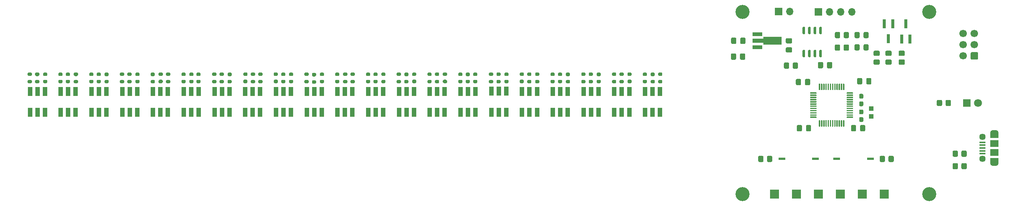
<source format=gts>
G04 #@! TF.GenerationSoftware,KiCad,Pcbnew,(5.1.10)-1*
G04 #@! TF.CreationDate,2022-05-27T17:54:39+02:00*
G04 #@! TF.ProjectId,POV_display_schematic,504f565f-6469-4737-906c-61795f736368,1*
G04 #@! TF.SameCoordinates,Original*
G04 #@! TF.FileFunction,Soldermask,Top*
G04 #@! TF.FilePolarity,Negative*
%FSLAX46Y46*%
G04 Gerber Fmt 4.6, Leading zero omitted, Abs format (unit mm)*
G04 Created by KiCad (PCBNEW (5.1.10)-1) date 2022-05-27 17:54:39*
%MOMM*%
%LPD*%
G01*
G04 APERTURE LIST*
%ADD10R,1.100000X2.000000*%
%ADD11C,1.800000*%
%ADD12R,1.800000X1.800000*%
%ADD13R,1.100000X1.050000*%
%ADD14C,0.152400*%
%ADD15R,2.300000X0.900000*%
%ADD16R,2.000000X2.000000*%
%ADD17R,1.500000X0.600000*%
%ADD18R,0.650000X2.000000*%
%ADD19C,1.700000*%
%ADD20O,1.700000X1.700000*%
%ADD21R,1.700000X1.700000*%
%ADD22R,1.900000X1.200000*%
%ADD23O,1.900000X1.200000*%
%ADD24R,1.900000X1.500000*%
%ADD25C,1.450000*%
%ADD26R,1.350000X0.400000*%
%ADD27C,3.200000*%
G04 APERTURE END LIST*
D10*
X54950000Y-99650000D03*
X53250000Y-99650000D03*
X51550000Y-99650000D03*
X51550000Y-94850000D03*
X53250000Y-94850000D03*
X54950000Y-94850000D03*
X61950000Y-99650000D03*
X60250000Y-99650000D03*
X58550000Y-99650000D03*
X58550000Y-94850000D03*
X60250000Y-94850000D03*
X61950000Y-94850000D03*
X68950000Y-99650000D03*
X67250000Y-99650000D03*
X65550000Y-99650000D03*
X65550000Y-94850000D03*
X67250000Y-94850000D03*
X68950000Y-94850000D03*
X75950000Y-99650000D03*
X74250000Y-99650000D03*
X72550000Y-99650000D03*
X72550000Y-94850000D03*
X74250000Y-94850000D03*
X75950000Y-94850000D03*
X82950000Y-99650000D03*
X81250000Y-99650000D03*
X79550000Y-99650000D03*
X79550000Y-94850000D03*
X81250000Y-94850000D03*
X82950000Y-94850000D03*
X89950000Y-99650000D03*
X88250000Y-99650000D03*
X86550000Y-99650000D03*
X86550000Y-94850000D03*
X88250000Y-94850000D03*
X89950000Y-94850000D03*
X96950000Y-99650000D03*
X95250000Y-99650000D03*
X93550000Y-99650000D03*
X93550000Y-94850000D03*
X95250000Y-94850000D03*
X96950000Y-94850000D03*
X103950000Y-99650000D03*
X102250000Y-99650000D03*
X100550000Y-99650000D03*
X100550000Y-94850000D03*
X102250000Y-94850000D03*
X103950000Y-94850000D03*
X110950000Y-99650000D03*
X109250000Y-99650000D03*
X107550000Y-99650000D03*
X107550000Y-94850000D03*
X109250000Y-94850000D03*
X110950000Y-94850000D03*
X117950000Y-99650000D03*
X116250000Y-99650000D03*
X114550000Y-99650000D03*
X114550000Y-94850000D03*
X116250000Y-94850000D03*
X117950000Y-94850000D03*
X124950000Y-99650000D03*
X123250000Y-99650000D03*
X121550000Y-99650000D03*
X121550000Y-94850000D03*
X123250000Y-94850000D03*
X124950000Y-94850000D03*
X131950000Y-99650000D03*
X130250000Y-99650000D03*
X128550000Y-99650000D03*
X128550000Y-94850000D03*
X130250000Y-94850000D03*
X131950000Y-94850000D03*
X138950000Y-99650000D03*
X137250000Y-99650000D03*
X135550000Y-99650000D03*
X135550000Y-94850000D03*
X137250000Y-94850000D03*
X138950000Y-94850000D03*
X145950000Y-99650000D03*
X144250000Y-99650000D03*
X142550000Y-99650000D03*
X142550000Y-94850000D03*
X144250000Y-94850000D03*
X145950000Y-94850000D03*
X152950000Y-99650000D03*
X151250000Y-99650000D03*
X149550000Y-99650000D03*
X149550000Y-94850000D03*
X151250000Y-94850000D03*
X152950000Y-94850000D03*
X159950000Y-99600000D03*
X158250000Y-99600000D03*
X156550000Y-99600000D03*
X156550000Y-94800000D03*
X158250000Y-94800000D03*
X159950000Y-94800000D03*
X166950000Y-99650000D03*
X165250000Y-99650000D03*
X163550000Y-99650000D03*
X163550000Y-94850000D03*
X165250000Y-94850000D03*
X166950000Y-94850000D03*
X173950000Y-99650000D03*
X172250000Y-99650000D03*
X170550000Y-99650000D03*
X170550000Y-94850000D03*
X172250000Y-94850000D03*
X173950000Y-94850000D03*
X180950000Y-99650000D03*
X179250000Y-99650000D03*
X177550000Y-99650000D03*
X177550000Y-94850000D03*
X179250000Y-94850000D03*
X180950000Y-94850000D03*
X187950000Y-99650000D03*
X186250000Y-99650000D03*
X184550000Y-99650000D03*
X184550000Y-94850000D03*
X186250000Y-94850000D03*
X187950000Y-94850000D03*
X194950000Y-99650000D03*
X193250000Y-99650000D03*
X191550000Y-99650000D03*
X191550000Y-94850000D03*
X193250000Y-94850000D03*
X194950000Y-94850000D03*
D11*
X267340000Y-97500000D03*
D12*
X264800000Y-97500000D03*
D13*
X243000000Y-100600000D03*
X243000000Y-98750000D03*
G36*
G01*
X236900000Y-101500000D02*
X236900000Y-102825000D01*
G75*
G02*
X236825000Y-102900000I-75000J0D01*
G01*
X236675000Y-102900000D01*
G75*
G02*
X236600000Y-102825000I0J75000D01*
G01*
X236600000Y-101500000D01*
G75*
G02*
X236675000Y-101425000I75000J0D01*
G01*
X236825000Y-101425000D01*
G75*
G02*
X236900000Y-101500000I0J-75000D01*
G01*
G37*
G36*
G01*
X236400000Y-101500000D02*
X236400000Y-102825000D01*
G75*
G02*
X236325000Y-102900000I-75000J0D01*
G01*
X236175000Y-102900000D01*
G75*
G02*
X236100000Y-102825000I0J75000D01*
G01*
X236100000Y-101500000D01*
G75*
G02*
X236175000Y-101425000I75000J0D01*
G01*
X236325000Y-101425000D01*
G75*
G02*
X236400000Y-101500000I0J-75000D01*
G01*
G37*
G36*
G01*
X235900000Y-101500000D02*
X235900000Y-102825000D01*
G75*
G02*
X235825000Y-102900000I-75000J0D01*
G01*
X235675000Y-102900000D01*
G75*
G02*
X235600000Y-102825000I0J75000D01*
G01*
X235600000Y-101500000D01*
G75*
G02*
X235675000Y-101425000I75000J0D01*
G01*
X235825000Y-101425000D01*
G75*
G02*
X235900000Y-101500000I0J-75000D01*
G01*
G37*
G36*
G01*
X235400000Y-101500000D02*
X235400000Y-102825000D01*
G75*
G02*
X235325000Y-102900000I-75000J0D01*
G01*
X235175000Y-102900000D01*
G75*
G02*
X235100000Y-102825000I0J75000D01*
G01*
X235100000Y-101500000D01*
G75*
G02*
X235175000Y-101425000I75000J0D01*
G01*
X235325000Y-101425000D01*
G75*
G02*
X235400000Y-101500000I0J-75000D01*
G01*
G37*
G36*
G01*
X234900000Y-101500000D02*
X234900000Y-102825000D01*
G75*
G02*
X234825000Y-102900000I-75000J0D01*
G01*
X234675000Y-102900000D01*
G75*
G02*
X234600000Y-102825000I0J75000D01*
G01*
X234600000Y-101500000D01*
G75*
G02*
X234675000Y-101425000I75000J0D01*
G01*
X234825000Y-101425000D01*
G75*
G02*
X234900000Y-101500000I0J-75000D01*
G01*
G37*
G36*
G01*
X234400000Y-101500000D02*
X234400000Y-102825000D01*
G75*
G02*
X234325000Y-102900000I-75000J0D01*
G01*
X234175000Y-102900000D01*
G75*
G02*
X234100000Y-102825000I0J75000D01*
G01*
X234100000Y-101500000D01*
G75*
G02*
X234175000Y-101425000I75000J0D01*
G01*
X234325000Y-101425000D01*
G75*
G02*
X234400000Y-101500000I0J-75000D01*
G01*
G37*
G36*
G01*
X233900000Y-101500000D02*
X233900000Y-102825000D01*
G75*
G02*
X233825000Y-102900000I-75000J0D01*
G01*
X233675000Y-102900000D01*
G75*
G02*
X233600000Y-102825000I0J75000D01*
G01*
X233600000Y-101500000D01*
G75*
G02*
X233675000Y-101425000I75000J0D01*
G01*
X233825000Y-101425000D01*
G75*
G02*
X233900000Y-101500000I0J-75000D01*
G01*
G37*
G36*
G01*
X233400000Y-101500000D02*
X233400000Y-102825000D01*
G75*
G02*
X233325000Y-102900000I-75000J0D01*
G01*
X233175000Y-102900000D01*
G75*
G02*
X233100000Y-102825000I0J75000D01*
G01*
X233100000Y-101500000D01*
G75*
G02*
X233175000Y-101425000I75000J0D01*
G01*
X233325000Y-101425000D01*
G75*
G02*
X233400000Y-101500000I0J-75000D01*
G01*
G37*
G36*
G01*
X232900000Y-101500000D02*
X232900000Y-102825000D01*
G75*
G02*
X232825000Y-102900000I-75000J0D01*
G01*
X232675000Y-102900000D01*
G75*
G02*
X232600000Y-102825000I0J75000D01*
G01*
X232600000Y-101500000D01*
G75*
G02*
X232675000Y-101425000I75000J0D01*
G01*
X232825000Y-101425000D01*
G75*
G02*
X232900000Y-101500000I0J-75000D01*
G01*
G37*
G36*
G01*
X232400000Y-101500000D02*
X232400000Y-102825000D01*
G75*
G02*
X232325000Y-102900000I-75000J0D01*
G01*
X232175000Y-102900000D01*
G75*
G02*
X232100000Y-102825000I0J75000D01*
G01*
X232100000Y-101500000D01*
G75*
G02*
X232175000Y-101425000I75000J0D01*
G01*
X232325000Y-101425000D01*
G75*
G02*
X232400000Y-101500000I0J-75000D01*
G01*
G37*
G36*
G01*
X231900000Y-101500000D02*
X231900000Y-102825000D01*
G75*
G02*
X231825000Y-102900000I-75000J0D01*
G01*
X231675000Y-102900000D01*
G75*
G02*
X231600000Y-102825000I0J75000D01*
G01*
X231600000Y-101500000D01*
G75*
G02*
X231675000Y-101425000I75000J0D01*
G01*
X231825000Y-101425000D01*
G75*
G02*
X231900000Y-101500000I0J-75000D01*
G01*
G37*
G36*
G01*
X231400000Y-101500000D02*
X231400000Y-102825000D01*
G75*
G02*
X231325000Y-102900000I-75000J0D01*
G01*
X231175000Y-102900000D01*
G75*
G02*
X231100000Y-102825000I0J75000D01*
G01*
X231100000Y-101500000D01*
G75*
G02*
X231175000Y-101425000I75000J0D01*
G01*
X231325000Y-101425000D01*
G75*
G02*
X231400000Y-101500000I0J-75000D01*
G01*
G37*
G36*
G01*
X230575000Y-100675000D02*
X230575000Y-100825000D01*
G75*
G02*
X230500000Y-100900000I-75000J0D01*
G01*
X229175000Y-100900000D01*
G75*
G02*
X229100000Y-100825000I0J75000D01*
G01*
X229100000Y-100675000D01*
G75*
G02*
X229175000Y-100600000I75000J0D01*
G01*
X230500000Y-100600000D01*
G75*
G02*
X230575000Y-100675000I0J-75000D01*
G01*
G37*
G36*
G01*
X230575000Y-100175000D02*
X230575000Y-100325000D01*
G75*
G02*
X230500000Y-100400000I-75000J0D01*
G01*
X229175000Y-100400000D01*
G75*
G02*
X229100000Y-100325000I0J75000D01*
G01*
X229100000Y-100175000D01*
G75*
G02*
X229175000Y-100100000I75000J0D01*
G01*
X230500000Y-100100000D01*
G75*
G02*
X230575000Y-100175000I0J-75000D01*
G01*
G37*
G36*
G01*
X230575000Y-99675000D02*
X230575000Y-99825000D01*
G75*
G02*
X230500000Y-99900000I-75000J0D01*
G01*
X229175000Y-99900000D01*
G75*
G02*
X229100000Y-99825000I0J75000D01*
G01*
X229100000Y-99675000D01*
G75*
G02*
X229175000Y-99600000I75000J0D01*
G01*
X230500000Y-99600000D01*
G75*
G02*
X230575000Y-99675000I0J-75000D01*
G01*
G37*
G36*
G01*
X230575000Y-99175000D02*
X230575000Y-99325000D01*
G75*
G02*
X230500000Y-99400000I-75000J0D01*
G01*
X229175000Y-99400000D01*
G75*
G02*
X229100000Y-99325000I0J75000D01*
G01*
X229100000Y-99175000D01*
G75*
G02*
X229175000Y-99100000I75000J0D01*
G01*
X230500000Y-99100000D01*
G75*
G02*
X230575000Y-99175000I0J-75000D01*
G01*
G37*
G36*
G01*
X230575000Y-98675000D02*
X230575000Y-98825000D01*
G75*
G02*
X230500000Y-98900000I-75000J0D01*
G01*
X229175000Y-98900000D01*
G75*
G02*
X229100000Y-98825000I0J75000D01*
G01*
X229100000Y-98675000D01*
G75*
G02*
X229175000Y-98600000I75000J0D01*
G01*
X230500000Y-98600000D01*
G75*
G02*
X230575000Y-98675000I0J-75000D01*
G01*
G37*
G36*
G01*
X230575000Y-98175000D02*
X230575000Y-98325000D01*
G75*
G02*
X230500000Y-98400000I-75000J0D01*
G01*
X229175000Y-98400000D01*
G75*
G02*
X229100000Y-98325000I0J75000D01*
G01*
X229100000Y-98175000D01*
G75*
G02*
X229175000Y-98100000I75000J0D01*
G01*
X230500000Y-98100000D01*
G75*
G02*
X230575000Y-98175000I0J-75000D01*
G01*
G37*
G36*
G01*
X230575000Y-97675000D02*
X230575000Y-97825000D01*
G75*
G02*
X230500000Y-97900000I-75000J0D01*
G01*
X229175000Y-97900000D01*
G75*
G02*
X229100000Y-97825000I0J75000D01*
G01*
X229100000Y-97675000D01*
G75*
G02*
X229175000Y-97600000I75000J0D01*
G01*
X230500000Y-97600000D01*
G75*
G02*
X230575000Y-97675000I0J-75000D01*
G01*
G37*
G36*
G01*
X230575000Y-97175000D02*
X230575000Y-97325000D01*
G75*
G02*
X230500000Y-97400000I-75000J0D01*
G01*
X229175000Y-97400000D01*
G75*
G02*
X229100000Y-97325000I0J75000D01*
G01*
X229100000Y-97175000D01*
G75*
G02*
X229175000Y-97100000I75000J0D01*
G01*
X230500000Y-97100000D01*
G75*
G02*
X230575000Y-97175000I0J-75000D01*
G01*
G37*
G36*
G01*
X230575000Y-96675000D02*
X230575000Y-96825000D01*
G75*
G02*
X230500000Y-96900000I-75000J0D01*
G01*
X229175000Y-96900000D01*
G75*
G02*
X229100000Y-96825000I0J75000D01*
G01*
X229100000Y-96675000D01*
G75*
G02*
X229175000Y-96600000I75000J0D01*
G01*
X230500000Y-96600000D01*
G75*
G02*
X230575000Y-96675000I0J-75000D01*
G01*
G37*
G36*
G01*
X230575000Y-96175000D02*
X230575000Y-96325000D01*
G75*
G02*
X230500000Y-96400000I-75000J0D01*
G01*
X229175000Y-96400000D01*
G75*
G02*
X229100000Y-96325000I0J75000D01*
G01*
X229100000Y-96175000D01*
G75*
G02*
X229175000Y-96100000I75000J0D01*
G01*
X230500000Y-96100000D01*
G75*
G02*
X230575000Y-96175000I0J-75000D01*
G01*
G37*
G36*
G01*
X230575000Y-95675000D02*
X230575000Y-95825000D01*
G75*
G02*
X230500000Y-95900000I-75000J0D01*
G01*
X229175000Y-95900000D01*
G75*
G02*
X229100000Y-95825000I0J75000D01*
G01*
X229100000Y-95675000D01*
G75*
G02*
X229175000Y-95600000I75000J0D01*
G01*
X230500000Y-95600000D01*
G75*
G02*
X230575000Y-95675000I0J-75000D01*
G01*
G37*
G36*
G01*
X230575000Y-95175000D02*
X230575000Y-95325000D01*
G75*
G02*
X230500000Y-95400000I-75000J0D01*
G01*
X229175000Y-95400000D01*
G75*
G02*
X229100000Y-95325000I0J75000D01*
G01*
X229100000Y-95175000D01*
G75*
G02*
X229175000Y-95100000I75000J0D01*
G01*
X230500000Y-95100000D01*
G75*
G02*
X230575000Y-95175000I0J-75000D01*
G01*
G37*
G36*
G01*
X231400000Y-93175000D02*
X231400000Y-94500000D01*
G75*
G02*
X231325000Y-94575000I-75000J0D01*
G01*
X231175000Y-94575000D01*
G75*
G02*
X231100000Y-94500000I0J75000D01*
G01*
X231100000Y-93175000D01*
G75*
G02*
X231175000Y-93100000I75000J0D01*
G01*
X231325000Y-93100000D01*
G75*
G02*
X231400000Y-93175000I0J-75000D01*
G01*
G37*
G36*
G01*
X231900000Y-93175000D02*
X231900000Y-94500000D01*
G75*
G02*
X231825000Y-94575000I-75000J0D01*
G01*
X231675000Y-94575000D01*
G75*
G02*
X231600000Y-94500000I0J75000D01*
G01*
X231600000Y-93175000D01*
G75*
G02*
X231675000Y-93100000I75000J0D01*
G01*
X231825000Y-93100000D01*
G75*
G02*
X231900000Y-93175000I0J-75000D01*
G01*
G37*
G36*
G01*
X232400000Y-93175000D02*
X232400000Y-94500000D01*
G75*
G02*
X232325000Y-94575000I-75000J0D01*
G01*
X232175000Y-94575000D01*
G75*
G02*
X232100000Y-94500000I0J75000D01*
G01*
X232100000Y-93175000D01*
G75*
G02*
X232175000Y-93100000I75000J0D01*
G01*
X232325000Y-93100000D01*
G75*
G02*
X232400000Y-93175000I0J-75000D01*
G01*
G37*
G36*
G01*
X232900000Y-93175000D02*
X232900000Y-94500000D01*
G75*
G02*
X232825000Y-94575000I-75000J0D01*
G01*
X232675000Y-94575000D01*
G75*
G02*
X232600000Y-94500000I0J75000D01*
G01*
X232600000Y-93175000D01*
G75*
G02*
X232675000Y-93100000I75000J0D01*
G01*
X232825000Y-93100000D01*
G75*
G02*
X232900000Y-93175000I0J-75000D01*
G01*
G37*
G36*
G01*
X233400000Y-93175000D02*
X233400000Y-94500000D01*
G75*
G02*
X233325000Y-94575000I-75000J0D01*
G01*
X233175000Y-94575000D01*
G75*
G02*
X233100000Y-94500000I0J75000D01*
G01*
X233100000Y-93175000D01*
G75*
G02*
X233175000Y-93100000I75000J0D01*
G01*
X233325000Y-93100000D01*
G75*
G02*
X233400000Y-93175000I0J-75000D01*
G01*
G37*
G36*
G01*
X233900000Y-93175000D02*
X233900000Y-94500000D01*
G75*
G02*
X233825000Y-94575000I-75000J0D01*
G01*
X233675000Y-94575000D01*
G75*
G02*
X233600000Y-94500000I0J75000D01*
G01*
X233600000Y-93175000D01*
G75*
G02*
X233675000Y-93100000I75000J0D01*
G01*
X233825000Y-93100000D01*
G75*
G02*
X233900000Y-93175000I0J-75000D01*
G01*
G37*
G36*
G01*
X234400000Y-93175000D02*
X234400000Y-94500000D01*
G75*
G02*
X234325000Y-94575000I-75000J0D01*
G01*
X234175000Y-94575000D01*
G75*
G02*
X234100000Y-94500000I0J75000D01*
G01*
X234100000Y-93175000D01*
G75*
G02*
X234175000Y-93100000I75000J0D01*
G01*
X234325000Y-93100000D01*
G75*
G02*
X234400000Y-93175000I0J-75000D01*
G01*
G37*
G36*
G01*
X234900000Y-93175000D02*
X234900000Y-94500000D01*
G75*
G02*
X234825000Y-94575000I-75000J0D01*
G01*
X234675000Y-94575000D01*
G75*
G02*
X234600000Y-94500000I0J75000D01*
G01*
X234600000Y-93175000D01*
G75*
G02*
X234675000Y-93100000I75000J0D01*
G01*
X234825000Y-93100000D01*
G75*
G02*
X234900000Y-93175000I0J-75000D01*
G01*
G37*
G36*
G01*
X235400000Y-93175000D02*
X235400000Y-94500000D01*
G75*
G02*
X235325000Y-94575000I-75000J0D01*
G01*
X235175000Y-94575000D01*
G75*
G02*
X235100000Y-94500000I0J75000D01*
G01*
X235100000Y-93175000D01*
G75*
G02*
X235175000Y-93100000I75000J0D01*
G01*
X235325000Y-93100000D01*
G75*
G02*
X235400000Y-93175000I0J-75000D01*
G01*
G37*
G36*
G01*
X235900000Y-93175000D02*
X235900000Y-94500000D01*
G75*
G02*
X235825000Y-94575000I-75000J0D01*
G01*
X235675000Y-94575000D01*
G75*
G02*
X235600000Y-94500000I0J75000D01*
G01*
X235600000Y-93175000D01*
G75*
G02*
X235675000Y-93100000I75000J0D01*
G01*
X235825000Y-93100000D01*
G75*
G02*
X235900000Y-93175000I0J-75000D01*
G01*
G37*
G36*
G01*
X236400000Y-93175000D02*
X236400000Y-94500000D01*
G75*
G02*
X236325000Y-94575000I-75000J0D01*
G01*
X236175000Y-94575000D01*
G75*
G02*
X236100000Y-94500000I0J75000D01*
G01*
X236100000Y-93175000D01*
G75*
G02*
X236175000Y-93100000I75000J0D01*
G01*
X236325000Y-93100000D01*
G75*
G02*
X236400000Y-93175000I0J-75000D01*
G01*
G37*
G36*
G01*
X236900000Y-93175000D02*
X236900000Y-94500000D01*
G75*
G02*
X236825000Y-94575000I-75000J0D01*
G01*
X236675000Y-94575000D01*
G75*
G02*
X236600000Y-94500000I0J75000D01*
G01*
X236600000Y-93175000D01*
G75*
G02*
X236675000Y-93100000I75000J0D01*
G01*
X236825000Y-93100000D01*
G75*
G02*
X236900000Y-93175000I0J-75000D01*
G01*
G37*
G36*
G01*
X238900000Y-95175000D02*
X238900000Y-95325000D01*
G75*
G02*
X238825000Y-95400000I-75000J0D01*
G01*
X237500000Y-95400000D01*
G75*
G02*
X237425000Y-95325000I0J75000D01*
G01*
X237425000Y-95175000D01*
G75*
G02*
X237500000Y-95100000I75000J0D01*
G01*
X238825000Y-95100000D01*
G75*
G02*
X238900000Y-95175000I0J-75000D01*
G01*
G37*
G36*
G01*
X238900000Y-95675000D02*
X238900000Y-95825000D01*
G75*
G02*
X238825000Y-95900000I-75000J0D01*
G01*
X237500000Y-95900000D01*
G75*
G02*
X237425000Y-95825000I0J75000D01*
G01*
X237425000Y-95675000D01*
G75*
G02*
X237500000Y-95600000I75000J0D01*
G01*
X238825000Y-95600000D01*
G75*
G02*
X238900000Y-95675000I0J-75000D01*
G01*
G37*
G36*
G01*
X238900000Y-96175000D02*
X238900000Y-96325000D01*
G75*
G02*
X238825000Y-96400000I-75000J0D01*
G01*
X237500000Y-96400000D01*
G75*
G02*
X237425000Y-96325000I0J75000D01*
G01*
X237425000Y-96175000D01*
G75*
G02*
X237500000Y-96100000I75000J0D01*
G01*
X238825000Y-96100000D01*
G75*
G02*
X238900000Y-96175000I0J-75000D01*
G01*
G37*
G36*
G01*
X238900000Y-96675000D02*
X238900000Y-96825000D01*
G75*
G02*
X238825000Y-96900000I-75000J0D01*
G01*
X237500000Y-96900000D01*
G75*
G02*
X237425000Y-96825000I0J75000D01*
G01*
X237425000Y-96675000D01*
G75*
G02*
X237500000Y-96600000I75000J0D01*
G01*
X238825000Y-96600000D01*
G75*
G02*
X238900000Y-96675000I0J-75000D01*
G01*
G37*
G36*
G01*
X238900000Y-97175000D02*
X238900000Y-97325000D01*
G75*
G02*
X238825000Y-97400000I-75000J0D01*
G01*
X237500000Y-97400000D01*
G75*
G02*
X237425000Y-97325000I0J75000D01*
G01*
X237425000Y-97175000D01*
G75*
G02*
X237500000Y-97100000I75000J0D01*
G01*
X238825000Y-97100000D01*
G75*
G02*
X238900000Y-97175000I0J-75000D01*
G01*
G37*
G36*
G01*
X238900000Y-97675000D02*
X238900000Y-97825000D01*
G75*
G02*
X238825000Y-97900000I-75000J0D01*
G01*
X237500000Y-97900000D01*
G75*
G02*
X237425000Y-97825000I0J75000D01*
G01*
X237425000Y-97675000D01*
G75*
G02*
X237500000Y-97600000I75000J0D01*
G01*
X238825000Y-97600000D01*
G75*
G02*
X238900000Y-97675000I0J-75000D01*
G01*
G37*
G36*
G01*
X238900000Y-98175000D02*
X238900000Y-98325000D01*
G75*
G02*
X238825000Y-98400000I-75000J0D01*
G01*
X237500000Y-98400000D01*
G75*
G02*
X237425000Y-98325000I0J75000D01*
G01*
X237425000Y-98175000D01*
G75*
G02*
X237500000Y-98100000I75000J0D01*
G01*
X238825000Y-98100000D01*
G75*
G02*
X238900000Y-98175000I0J-75000D01*
G01*
G37*
G36*
G01*
X238900000Y-98675000D02*
X238900000Y-98825000D01*
G75*
G02*
X238825000Y-98900000I-75000J0D01*
G01*
X237500000Y-98900000D01*
G75*
G02*
X237425000Y-98825000I0J75000D01*
G01*
X237425000Y-98675000D01*
G75*
G02*
X237500000Y-98600000I75000J0D01*
G01*
X238825000Y-98600000D01*
G75*
G02*
X238900000Y-98675000I0J-75000D01*
G01*
G37*
G36*
G01*
X238900000Y-99175000D02*
X238900000Y-99325000D01*
G75*
G02*
X238825000Y-99400000I-75000J0D01*
G01*
X237500000Y-99400000D01*
G75*
G02*
X237425000Y-99325000I0J75000D01*
G01*
X237425000Y-99175000D01*
G75*
G02*
X237500000Y-99100000I75000J0D01*
G01*
X238825000Y-99100000D01*
G75*
G02*
X238900000Y-99175000I0J-75000D01*
G01*
G37*
G36*
G01*
X238900000Y-99675000D02*
X238900000Y-99825000D01*
G75*
G02*
X238825000Y-99900000I-75000J0D01*
G01*
X237500000Y-99900000D01*
G75*
G02*
X237425000Y-99825000I0J75000D01*
G01*
X237425000Y-99675000D01*
G75*
G02*
X237500000Y-99600000I75000J0D01*
G01*
X238825000Y-99600000D01*
G75*
G02*
X238900000Y-99675000I0J-75000D01*
G01*
G37*
G36*
G01*
X238900000Y-100175000D02*
X238900000Y-100325000D01*
G75*
G02*
X238825000Y-100400000I-75000J0D01*
G01*
X237500000Y-100400000D01*
G75*
G02*
X237425000Y-100325000I0J75000D01*
G01*
X237425000Y-100175000D01*
G75*
G02*
X237500000Y-100100000I75000J0D01*
G01*
X238825000Y-100100000D01*
G75*
G02*
X238900000Y-100175000I0J-75000D01*
G01*
G37*
G36*
G01*
X238900000Y-100675000D02*
X238900000Y-100825000D01*
G75*
G02*
X238825000Y-100900000I-75000J0D01*
G01*
X237500000Y-100900000D01*
G75*
G02*
X237425000Y-100825000I0J75000D01*
G01*
X237425000Y-100675000D01*
G75*
G02*
X237500000Y-100600000I75000J0D01*
G01*
X238825000Y-100600000D01*
G75*
G02*
X238900000Y-100675000I0J-75000D01*
G01*
G37*
G36*
G01*
X227820000Y-81835000D02*
X227520000Y-81835000D01*
G75*
G02*
X227370000Y-81685000I0J150000D01*
G01*
X227370000Y-80335000D01*
G75*
G02*
X227520000Y-80185000I150000J0D01*
G01*
X227820000Y-80185000D01*
G75*
G02*
X227970000Y-80335000I0J-150000D01*
G01*
X227970000Y-81685000D01*
G75*
G02*
X227820000Y-81835000I-150000J0D01*
G01*
G37*
G36*
G01*
X229090000Y-81835000D02*
X228790000Y-81835000D01*
G75*
G02*
X228640000Y-81685000I0J150000D01*
G01*
X228640000Y-80335000D01*
G75*
G02*
X228790000Y-80185000I150000J0D01*
G01*
X229090000Y-80185000D01*
G75*
G02*
X229240000Y-80335000I0J-150000D01*
G01*
X229240000Y-81685000D01*
G75*
G02*
X229090000Y-81835000I-150000J0D01*
G01*
G37*
G36*
G01*
X230360000Y-81835000D02*
X230060000Y-81835000D01*
G75*
G02*
X229910000Y-81685000I0J150000D01*
G01*
X229910000Y-80335000D01*
G75*
G02*
X230060000Y-80185000I150000J0D01*
G01*
X230360000Y-80185000D01*
G75*
G02*
X230510000Y-80335000I0J-150000D01*
G01*
X230510000Y-81685000D01*
G75*
G02*
X230360000Y-81835000I-150000J0D01*
G01*
G37*
G36*
G01*
X231630000Y-81835000D02*
X231330000Y-81835000D01*
G75*
G02*
X231180000Y-81685000I0J150000D01*
G01*
X231180000Y-80335000D01*
G75*
G02*
X231330000Y-80185000I150000J0D01*
G01*
X231630000Y-80185000D01*
G75*
G02*
X231780000Y-80335000I0J-150000D01*
G01*
X231780000Y-81685000D01*
G75*
G02*
X231630000Y-81835000I-150000J0D01*
G01*
G37*
G36*
G01*
X231630000Y-87085000D02*
X231330000Y-87085000D01*
G75*
G02*
X231180000Y-86935000I0J150000D01*
G01*
X231180000Y-85585000D01*
G75*
G02*
X231330000Y-85435000I150000J0D01*
G01*
X231630000Y-85435000D01*
G75*
G02*
X231780000Y-85585000I0J-150000D01*
G01*
X231780000Y-86935000D01*
G75*
G02*
X231630000Y-87085000I-150000J0D01*
G01*
G37*
G36*
G01*
X230360000Y-87085000D02*
X230060000Y-87085000D01*
G75*
G02*
X229910000Y-86935000I0J150000D01*
G01*
X229910000Y-85585000D01*
G75*
G02*
X230060000Y-85435000I150000J0D01*
G01*
X230360000Y-85435000D01*
G75*
G02*
X230510000Y-85585000I0J-150000D01*
G01*
X230510000Y-86935000D01*
G75*
G02*
X230360000Y-87085000I-150000J0D01*
G01*
G37*
G36*
G01*
X229090000Y-87085000D02*
X228790000Y-87085000D01*
G75*
G02*
X228640000Y-86935000I0J150000D01*
G01*
X228640000Y-85585000D01*
G75*
G02*
X228790000Y-85435000I150000J0D01*
G01*
X229090000Y-85435000D01*
G75*
G02*
X229240000Y-85585000I0J-150000D01*
G01*
X229240000Y-86935000D01*
G75*
G02*
X229090000Y-87085000I-150000J0D01*
G01*
G37*
G36*
G01*
X227820000Y-87085000D02*
X227520000Y-87085000D01*
G75*
G02*
X227370000Y-86935000I0J150000D01*
G01*
X227370000Y-85585000D01*
G75*
G02*
X227520000Y-85435000I150000J0D01*
G01*
X227820000Y-85435000D01*
G75*
G02*
X227970000Y-85585000I0J-150000D01*
G01*
X227970000Y-86935000D01*
G75*
G02*
X227820000Y-87085000I-150000J0D01*
G01*
G37*
D14*
G36*
X222600000Y-84216500D02*
G01*
X218475000Y-84216500D01*
X218475000Y-83800000D01*
X216000000Y-83800000D01*
X216000000Y-82900000D01*
X218475000Y-82900000D01*
X218475000Y-82483500D01*
X222600000Y-82483500D01*
X222600000Y-84216500D01*
G37*
D15*
X217150000Y-84850000D03*
X217150000Y-81850000D03*
D16*
X231000000Y-118250000D03*
X246000000Y-118250000D03*
X236000000Y-118250000D03*
X241000000Y-118250000D03*
X221000000Y-118250000D03*
X226000000Y-118250000D03*
D17*
X242825000Y-110250000D03*
X235175000Y-110250000D03*
X230325000Y-110250000D03*
X222675000Y-110250000D03*
G36*
G01*
X54725000Y-92225000D02*
X55275000Y-92225000D01*
G75*
G02*
X55475000Y-92425000I0J-200000D01*
G01*
X55475000Y-92825000D01*
G75*
G02*
X55275000Y-93025000I-200000J0D01*
G01*
X54725000Y-93025000D01*
G75*
G02*
X54525000Y-92825000I0J200000D01*
G01*
X54525000Y-92425000D01*
G75*
G02*
X54725000Y-92225000I200000J0D01*
G01*
G37*
G36*
G01*
X54725000Y-90575000D02*
X55275000Y-90575000D01*
G75*
G02*
X55475000Y-90775000I0J-200000D01*
G01*
X55475000Y-91175000D01*
G75*
G02*
X55275000Y-91375000I-200000J0D01*
G01*
X54725000Y-91375000D01*
G75*
G02*
X54525000Y-91175000I0J200000D01*
G01*
X54525000Y-90775000D01*
G75*
G02*
X54725000Y-90575000I200000J0D01*
G01*
G37*
G36*
G01*
X61725000Y-92237500D02*
X62275000Y-92237500D01*
G75*
G02*
X62475000Y-92437500I0J-200000D01*
G01*
X62475000Y-92837500D01*
G75*
G02*
X62275000Y-93037500I-200000J0D01*
G01*
X61725000Y-93037500D01*
G75*
G02*
X61525000Y-92837500I0J200000D01*
G01*
X61525000Y-92437500D01*
G75*
G02*
X61725000Y-92237500I200000J0D01*
G01*
G37*
G36*
G01*
X61725000Y-90587500D02*
X62275000Y-90587500D01*
G75*
G02*
X62475000Y-90787500I0J-200000D01*
G01*
X62475000Y-91187500D01*
G75*
G02*
X62275000Y-91387500I-200000J0D01*
G01*
X61725000Y-91387500D01*
G75*
G02*
X61525000Y-91187500I0J200000D01*
G01*
X61525000Y-90787500D01*
G75*
G02*
X61725000Y-90587500I200000J0D01*
G01*
G37*
G36*
G01*
X68725000Y-92237500D02*
X69275000Y-92237500D01*
G75*
G02*
X69475000Y-92437500I0J-200000D01*
G01*
X69475000Y-92837500D01*
G75*
G02*
X69275000Y-93037500I-200000J0D01*
G01*
X68725000Y-93037500D01*
G75*
G02*
X68525000Y-92837500I0J200000D01*
G01*
X68525000Y-92437500D01*
G75*
G02*
X68725000Y-92237500I200000J0D01*
G01*
G37*
G36*
G01*
X68725000Y-90587500D02*
X69275000Y-90587500D01*
G75*
G02*
X69475000Y-90787500I0J-200000D01*
G01*
X69475000Y-91187500D01*
G75*
G02*
X69275000Y-91387500I-200000J0D01*
G01*
X68725000Y-91387500D01*
G75*
G02*
X68525000Y-91187500I0J200000D01*
G01*
X68525000Y-90787500D01*
G75*
G02*
X68725000Y-90587500I200000J0D01*
G01*
G37*
G36*
G01*
X75725000Y-92225000D02*
X76275000Y-92225000D01*
G75*
G02*
X76475000Y-92425000I0J-200000D01*
G01*
X76475000Y-92825000D01*
G75*
G02*
X76275000Y-93025000I-200000J0D01*
G01*
X75725000Y-93025000D01*
G75*
G02*
X75525000Y-92825000I0J200000D01*
G01*
X75525000Y-92425000D01*
G75*
G02*
X75725000Y-92225000I200000J0D01*
G01*
G37*
G36*
G01*
X75725000Y-90575000D02*
X76275000Y-90575000D01*
G75*
G02*
X76475000Y-90775000I0J-200000D01*
G01*
X76475000Y-91175000D01*
G75*
G02*
X76275000Y-91375000I-200000J0D01*
G01*
X75725000Y-91375000D01*
G75*
G02*
X75525000Y-91175000I0J200000D01*
G01*
X75525000Y-90775000D01*
G75*
G02*
X75725000Y-90575000I200000J0D01*
G01*
G37*
G36*
G01*
X82725000Y-92225000D02*
X83275000Y-92225000D01*
G75*
G02*
X83475000Y-92425000I0J-200000D01*
G01*
X83475000Y-92825000D01*
G75*
G02*
X83275000Y-93025000I-200000J0D01*
G01*
X82725000Y-93025000D01*
G75*
G02*
X82525000Y-92825000I0J200000D01*
G01*
X82525000Y-92425000D01*
G75*
G02*
X82725000Y-92225000I200000J0D01*
G01*
G37*
G36*
G01*
X82725000Y-90575000D02*
X83275000Y-90575000D01*
G75*
G02*
X83475000Y-90775000I0J-200000D01*
G01*
X83475000Y-91175000D01*
G75*
G02*
X83275000Y-91375000I-200000J0D01*
G01*
X82725000Y-91375000D01*
G75*
G02*
X82525000Y-91175000I0J200000D01*
G01*
X82525000Y-90775000D01*
G75*
G02*
X82725000Y-90575000I200000J0D01*
G01*
G37*
G36*
G01*
X89625000Y-92225000D02*
X90175000Y-92225000D01*
G75*
G02*
X90375000Y-92425000I0J-200000D01*
G01*
X90375000Y-92825000D01*
G75*
G02*
X90175000Y-93025000I-200000J0D01*
G01*
X89625000Y-93025000D01*
G75*
G02*
X89425000Y-92825000I0J200000D01*
G01*
X89425000Y-92425000D01*
G75*
G02*
X89625000Y-92225000I200000J0D01*
G01*
G37*
G36*
G01*
X89625000Y-90575000D02*
X90175000Y-90575000D01*
G75*
G02*
X90375000Y-90775000I0J-200000D01*
G01*
X90375000Y-91175000D01*
G75*
G02*
X90175000Y-91375000I-200000J0D01*
G01*
X89625000Y-91375000D01*
G75*
G02*
X89425000Y-91175000I0J200000D01*
G01*
X89425000Y-90775000D01*
G75*
G02*
X89625000Y-90575000I200000J0D01*
G01*
G37*
G36*
G01*
X96725000Y-92237500D02*
X97275000Y-92237500D01*
G75*
G02*
X97475000Y-92437500I0J-200000D01*
G01*
X97475000Y-92837500D01*
G75*
G02*
X97275000Y-93037500I-200000J0D01*
G01*
X96725000Y-93037500D01*
G75*
G02*
X96525000Y-92837500I0J200000D01*
G01*
X96525000Y-92437500D01*
G75*
G02*
X96725000Y-92237500I200000J0D01*
G01*
G37*
G36*
G01*
X96725000Y-90587500D02*
X97275000Y-90587500D01*
G75*
G02*
X97475000Y-90787500I0J-200000D01*
G01*
X97475000Y-91187500D01*
G75*
G02*
X97275000Y-91387500I-200000J0D01*
G01*
X96725000Y-91387500D01*
G75*
G02*
X96525000Y-91187500I0J200000D01*
G01*
X96525000Y-90787500D01*
G75*
G02*
X96725000Y-90587500I200000J0D01*
G01*
G37*
G36*
G01*
X52925000Y-92237500D02*
X53475000Y-92237500D01*
G75*
G02*
X53675000Y-92437500I0J-200000D01*
G01*
X53675000Y-92837500D01*
G75*
G02*
X53475000Y-93037500I-200000J0D01*
G01*
X52925000Y-93037500D01*
G75*
G02*
X52725000Y-92837500I0J200000D01*
G01*
X52725000Y-92437500D01*
G75*
G02*
X52925000Y-92237500I200000J0D01*
G01*
G37*
G36*
G01*
X52925000Y-90587500D02*
X53475000Y-90587500D01*
G75*
G02*
X53675000Y-90787500I0J-200000D01*
G01*
X53675000Y-91187500D01*
G75*
G02*
X53475000Y-91387500I-200000J0D01*
G01*
X52925000Y-91387500D01*
G75*
G02*
X52725000Y-91187500I0J200000D01*
G01*
X52725000Y-90787500D01*
G75*
G02*
X52925000Y-90587500I200000J0D01*
G01*
G37*
G36*
G01*
X59925000Y-92225000D02*
X60475000Y-92225000D01*
G75*
G02*
X60675000Y-92425000I0J-200000D01*
G01*
X60675000Y-92825000D01*
G75*
G02*
X60475000Y-93025000I-200000J0D01*
G01*
X59925000Y-93025000D01*
G75*
G02*
X59725000Y-92825000I0J200000D01*
G01*
X59725000Y-92425000D01*
G75*
G02*
X59925000Y-92225000I200000J0D01*
G01*
G37*
G36*
G01*
X59925000Y-90575000D02*
X60475000Y-90575000D01*
G75*
G02*
X60675000Y-90775000I0J-200000D01*
G01*
X60675000Y-91175000D01*
G75*
G02*
X60475000Y-91375000I-200000J0D01*
G01*
X59925000Y-91375000D01*
G75*
G02*
X59725000Y-91175000I0J200000D01*
G01*
X59725000Y-90775000D01*
G75*
G02*
X59925000Y-90575000I200000J0D01*
G01*
G37*
G36*
G01*
X66925000Y-92225000D02*
X67475000Y-92225000D01*
G75*
G02*
X67675000Y-92425000I0J-200000D01*
G01*
X67675000Y-92825000D01*
G75*
G02*
X67475000Y-93025000I-200000J0D01*
G01*
X66925000Y-93025000D01*
G75*
G02*
X66725000Y-92825000I0J200000D01*
G01*
X66725000Y-92425000D01*
G75*
G02*
X66925000Y-92225000I200000J0D01*
G01*
G37*
G36*
G01*
X66925000Y-90575000D02*
X67475000Y-90575000D01*
G75*
G02*
X67675000Y-90775000I0J-200000D01*
G01*
X67675000Y-91175000D01*
G75*
G02*
X67475000Y-91375000I-200000J0D01*
G01*
X66925000Y-91375000D01*
G75*
G02*
X66725000Y-91175000I0J200000D01*
G01*
X66725000Y-90775000D01*
G75*
G02*
X66925000Y-90575000I200000J0D01*
G01*
G37*
G36*
G01*
X73925000Y-92225000D02*
X74475000Y-92225000D01*
G75*
G02*
X74675000Y-92425000I0J-200000D01*
G01*
X74675000Y-92825000D01*
G75*
G02*
X74475000Y-93025000I-200000J0D01*
G01*
X73925000Y-93025000D01*
G75*
G02*
X73725000Y-92825000I0J200000D01*
G01*
X73725000Y-92425000D01*
G75*
G02*
X73925000Y-92225000I200000J0D01*
G01*
G37*
G36*
G01*
X73925000Y-90575000D02*
X74475000Y-90575000D01*
G75*
G02*
X74675000Y-90775000I0J-200000D01*
G01*
X74675000Y-91175000D01*
G75*
G02*
X74475000Y-91375000I-200000J0D01*
G01*
X73925000Y-91375000D01*
G75*
G02*
X73725000Y-91175000I0J200000D01*
G01*
X73725000Y-90775000D01*
G75*
G02*
X73925000Y-90575000I200000J0D01*
G01*
G37*
G36*
G01*
X81025000Y-92212500D02*
X81575000Y-92212500D01*
G75*
G02*
X81775000Y-92412500I0J-200000D01*
G01*
X81775000Y-92812500D01*
G75*
G02*
X81575000Y-93012500I-200000J0D01*
G01*
X81025000Y-93012500D01*
G75*
G02*
X80825000Y-92812500I0J200000D01*
G01*
X80825000Y-92412500D01*
G75*
G02*
X81025000Y-92212500I200000J0D01*
G01*
G37*
G36*
G01*
X81025000Y-90562500D02*
X81575000Y-90562500D01*
G75*
G02*
X81775000Y-90762500I0J-200000D01*
G01*
X81775000Y-91162500D01*
G75*
G02*
X81575000Y-91362500I-200000J0D01*
G01*
X81025000Y-91362500D01*
G75*
G02*
X80825000Y-91162500I0J200000D01*
G01*
X80825000Y-90762500D01*
G75*
G02*
X81025000Y-90562500I200000J0D01*
G01*
G37*
G36*
G01*
X88025000Y-92225000D02*
X88575000Y-92225000D01*
G75*
G02*
X88775000Y-92425000I0J-200000D01*
G01*
X88775000Y-92825000D01*
G75*
G02*
X88575000Y-93025000I-200000J0D01*
G01*
X88025000Y-93025000D01*
G75*
G02*
X87825000Y-92825000I0J200000D01*
G01*
X87825000Y-92425000D01*
G75*
G02*
X88025000Y-92225000I200000J0D01*
G01*
G37*
G36*
G01*
X88025000Y-90575000D02*
X88575000Y-90575000D01*
G75*
G02*
X88775000Y-90775000I0J-200000D01*
G01*
X88775000Y-91175000D01*
G75*
G02*
X88575000Y-91375000I-200000J0D01*
G01*
X88025000Y-91375000D01*
G75*
G02*
X87825000Y-91175000I0J200000D01*
G01*
X87825000Y-90775000D01*
G75*
G02*
X88025000Y-90575000I200000J0D01*
G01*
G37*
G36*
G01*
X94925000Y-92225000D02*
X95475000Y-92225000D01*
G75*
G02*
X95675000Y-92425000I0J-200000D01*
G01*
X95675000Y-92825000D01*
G75*
G02*
X95475000Y-93025000I-200000J0D01*
G01*
X94925000Y-93025000D01*
G75*
G02*
X94725000Y-92825000I0J200000D01*
G01*
X94725000Y-92425000D01*
G75*
G02*
X94925000Y-92225000I200000J0D01*
G01*
G37*
G36*
G01*
X94925000Y-90575000D02*
X95475000Y-90575000D01*
G75*
G02*
X95675000Y-90775000I0J-200000D01*
G01*
X95675000Y-91175000D01*
G75*
G02*
X95475000Y-91375000I-200000J0D01*
G01*
X94925000Y-91375000D01*
G75*
G02*
X94725000Y-91175000I0J200000D01*
G01*
X94725000Y-90775000D01*
G75*
G02*
X94925000Y-90575000I200000J0D01*
G01*
G37*
G36*
G01*
X51225000Y-92225000D02*
X51775000Y-92225000D01*
G75*
G02*
X51975000Y-92425000I0J-200000D01*
G01*
X51975000Y-92825000D01*
G75*
G02*
X51775000Y-93025000I-200000J0D01*
G01*
X51225000Y-93025000D01*
G75*
G02*
X51025000Y-92825000I0J200000D01*
G01*
X51025000Y-92425000D01*
G75*
G02*
X51225000Y-92225000I200000J0D01*
G01*
G37*
G36*
G01*
X51225000Y-90575000D02*
X51775000Y-90575000D01*
G75*
G02*
X51975000Y-90775000I0J-200000D01*
G01*
X51975000Y-91175000D01*
G75*
G02*
X51775000Y-91375000I-200000J0D01*
G01*
X51225000Y-91375000D01*
G75*
G02*
X51025000Y-91175000I0J200000D01*
G01*
X51025000Y-90775000D01*
G75*
G02*
X51225000Y-90575000I200000J0D01*
G01*
G37*
G36*
G01*
X58225000Y-92225000D02*
X58775000Y-92225000D01*
G75*
G02*
X58975000Y-92425000I0J-200000D01*
G01*
X58975000Y-92825000D01*
G75*
G02*
X58775000Y-93025000I-200000J0D01*
G01*
X58225000Y-93025000D01*
G75*
G02*
X58025000Y-92825000I0J200000D01*
G01*
X58025000Y-92425000D01*
G75*
G02*
X58225000Y-92225000I200000J0D01*
G01*
G37*
G36*
G01*
X58225000Y-90575000D02*
X58775000Y-90575000D01*
G75*
G02*
X58975000Y-90775000I0J-200000D01*
G01*
X58975000Y-91175000D01*
G75*
G02*
X58775000Y-91375000I-200000J0D01*
G01*
X58225000Y-91375000D01*
G75*
G02*
X58025000Y-91175000I0J200000D01*
G01*
X58025000Y-90775000D01*
G75*
G02*
X58225000Y-90575000I200000J0D01*
G01*
G37*
G36*
G01*
X65225000Y-92225000D02*
X65775000Y-92225000D01*
G75*
G02*
X65975000Y-92425000I0J-200000D01*
G01*
X65975000Y-92825000D01*
G75*
G02*
X65775000Y-93025000I-200000J0D01*
G01*
X65225000Y-93025000D01*
G75*
G02*
X65025000Y-92825000I0J200000D01*
G01*
X65025000Y-92425000D01*
G75*
G02*
X65225000Y-92225000I200000J0D01*
G01*
G37*
G36*
G01*
X65225000Y-90575000D02*
X65775000Y-90575000D01*
G75*
G02*
X65975000Y-90775000I0J-200000D01*
G01*
X65975000Y-91175000D01*
G75*
G02*
X65775000Y-91375000I-200000J0D01*
G01*
X65225000Y-91375000D01*
G75*
G02*
X65025000Y-91175000I0J200000D01*
G01*
X65025000Y-90775000D01*
G75*
G02*
X65225000Y-90575000I200000J0D01*
G01*
G37*
G36*
G01*
X72225000Y-92225000D02*
X72775000Y-92225000D01*
G75*
G02*
X72975000Y-92425000I0J-200000D01*
G01*
X72975000Y-92825000D01*
G75*
G02*
X72775000Y-93025000I-200000J0D01*
G01*
X72225000Y-93025000D01*
G75*
G02*
X72025000Y-92825000I0J200000D01*
G01*
X72025000Y-92425000D01*
G75*
G02*
X72225000Y-92225000I200000J0D01*
G01*
G37*
G36*
G01*
X72225000Y-90575000D02*
X72775000Y-90575000D01*
G75*
G02*
X72975000Y-90775000I0J-200000D01*
G01*
X72975000Y-91175000D01*
G75*
G02*
X72775000Y-91375000I-200000J0D01*
G01*
X72225000Y-91375000D01*
G75*
G02*
X72025000Y-91175000I0J200000D01*
G01*
X72025000Y-90775000D01*
G75*
G02*
X72225000Y-90575000I200000J0D01*
G01*
G37*
G36*
G01*
X79225000Y-92237500D02*
X79775000Y-92237500D01*
G75*
G02*
X79975000Y-92437500I0J-200000D01*
G01*
X79975000Y-92837500D01*
G75*
G02*
X79775000Y-93037500I-200000J0D01*
G01*
X79225000Y-93037500D01*
G75*
G02*
X79025000Y-92837500I0J200000D01*
G01*
X79025000Y-92437500D01*
G75*
G02*
X79225000Y-92237500I200000J0D01*
G01*
G37*
G36*
G01*
X79225000Y-90587500D02*
X79775000Y-90587500D01*
G75*
G02*
X79975000Y-90787500I0J-200000D01*
G01*
X79975000Y-91187500D01*
G75*
G02*
X79775000Y-91387500I-200000J0D01*
G01*
X79225000Y-91387500D01*
G75*
G02*
X79025000Y-91187500I0J200000D01*
G01*
X79025000Y-90787500D01*
G75*
G02*
X79225000Y-90587500I200000J0D01*
G01*
G37*
G36*
G01*
X86225000Y-92225000D02*
X86775000Y-92225000D01*
G75*
G02*
X86975000Y-92425000I0J-200000D01*
G01*
X86975000Y-92825000D01*
G75*
G02*
X86775000Y-93025000I-200000J0D01*
G01*
X86225000Y-93025000D01*
G75*
G02*
X86025000Y-92825000I0J200000D01*
G01*
X86025000Y-92425000D01*
G75*
G02*
X86225000Y-92225000I200000J0D01*
G01*
G37*
G36*
G01*
X86225000Y-90575000D02*
X86775000Y-90575000D01*
G75*
G02*
X86975000Y-90775000I0J-200000D01*
G01*
X86975000Y-91175000D01*
G75*
G02*
X86775000Y-91375000I-200000J0D01*
G01*
X86225000Y-91375000D01*
G75*
G02*
X86025000Y-91175000I0J200000D01*
G01*
X86025000Y-90775000D01*
G75*
G02*
X86225000Y-90575000I200000J0D01*
G01*
G37*
G36*
G01*
X93225000Y-92225000D02*
X93775000Y-92225000D01*
G75*
G02*
X93975000Y-92425000I0J-200000D01*
G01*
X93975000Y-92825000D01*
G75*
G02*
X93775000Y-93025000I-200000J0D01*
G01*
X93225000Y-93025000D01*
G75*
G02*
X93025000Y-92825000I0J200000D01*
G01*
X93025000Y-92425000D01*
G75*
G02*
X93225000Y-92225000I200000J0D01*
G01*
G37*
G36*
G01*
X93225000Y-90575000D02*
X93775000Y-90575000D01*
G75*
G02*
X93975000Y-90775000I0J-200000D01*
G01*
X93975000Y-91175000D01*
G75*
G02*
X93775000Y-91375000I-200000J0D01*
G01*
X93225000Y-91375000D01*
G75*
G02*
X93025000Y-91175000I0J200000D01*
G01*
X93025000Y-90775000D01*
G75*
G02*
X93225000Y-90575000I200000J0D01*
G01*
G37*
G36*
G01*
X103725000Y-92225000D02*
X104275000Y-92225000D01*
G75*
G02*
X104475000Y-92425000I0J-200000D01*
G01*
X104475000Y-92825000D01*
G75*
G02*
X104275000Y-93025000I-200000J0D01*
G01*
X103725000Y-93025000D01*
G75*
G02*
X103525000Y-92825000I0J200000D01*
G01*
X103525000Y-92425000D01*
G75*
G02*
X103725000Y-92225000I200000J0D01*
G01*
G37*
G36*
G01*
X103725000Y-90575000D02*
X104275000Y-90575000D01*
G75*
G02*
X104475000Y-90775000I0J-200000D01*
G01*
X104475000Y-91175000D01*
G75*
G02*
X104275000Y-91375000I-200000J0D01*
G01*
X103725000Y-91375000D01*
G75*
G02*
X103525000Y-91175000I0J200000D01*
G01*
X103525000Y-90775000D01*
G75*
G02*
X103725000Y-90575000I200000J0D01*
G01*
G37*
G36*
G01*
X110725000Y-92225000D02*
X111275000Y-92225000D01*
G75*
G02*
X111475000Y-92425000I0J-200000D01*
G01*
X111475000Y-92825000D01*
G75*
G02*
X111275000Y-93025000I-200000J0D01*
G01*
X110725000Y-93025000D01*
G75*
G02*
X110525000Y-92825000I0J200000D01*
G01*
X110525000Y-92425000D01*
G75*
G02*
X110725000Y-92225000I200000J0D01*
G01*
G37*
G36*
G01*
X110725000Y-90575000D02*
X111275000Y-90575000D01*
G75*
G02*
X111475000Y-90775000I0J-200000D01*
G01*
X111475000Y-91175000D01*
G75*
G02*
X111275000Y-91375000I-200000J0D01*
G01*
X110725000Y-91375000D01*
G75*
G02*
X110525000Y-91175000I0J200000D01*
G01*
X110525000Y-90775000D01*
G75*
G02*
X110725000Y-90575000I200000J0D01*
G01*
G37*
G36*
G01*
X117725000Y-92225000D02*
X118275000Y-92225000D01*
G75*
G02*
X118475000Y-92425000I0J-200000D01*
G01*
X118475000Y-92825000D01*
G75*
G02*
X118275000Y-93025000I-200000J0D01*
G01*
X117725000Y-93025000D01*
G75*
G02*
X117525000Y-92825000I0J200000D01*
G01*
X117525000Y-92425000D01*
G75*
G02*
X117725000Y-92225000I200000J0D01*
G01*
G37*
G36*
G01*
X117725000Y-90575000D02*
X118275000Y-90575000D01*
G75*
G02*
X118475000Y-90775000I0J-200000D01*
G01*
X118475000Y-91175000D01*
G75*
G02*
X118275000Y-91375000I-200000J0D01*
G01*
X117725000Y-91375000D01*
G75*
G02*
X117525000Y-91175000I0J200000D01*
G01*
X117525000Y-90775000D01*
G75*
G02*
X117725000Y-90575000I200000J0D01*
G01*
G37*
G36*
G01*
X124725000Y-92225000D02*
X125275000Y-92225000D01*
G75*
G02*
X125475000Y-92425000I0J-200000D01*
G01*
X125475000Y-92825000D01*
G75*
G02*
X125275000Y-93025000I-200000J0D01*
G01*
X124725000Y-93025000D01*
G75*
G02*
X124525000Y-92825000I0J200000D01*
G01*
X124525000Y-92425000D01*
G75*
G02*
X124725000Y-92225000I200000J0D01*
G01*
G37*
G36*
G01*
X124725000Y-90575000D02*
X125275000Y-90575000D01*
G75*
G02*
X125475000Y-90775000I0J-200000D01*
G01*
X125475000Y-91175000D01*
G75*
G02*
X125275000Y-91375000I-200000J0D01*
G01*
X124725000Y-91375000D01*
G75*
G02*
X124525000Y-91175000I0J200000D01*
G01*
X124525000Y-90775000D01*
G75*
G02*
X124725000Y-90575000I200000J0D01*
G01*
G37*
G36*
G01*
X131725000Y-92225000D02*
X132275000Y-92225000D01*
G75*
G02*
X132475000Y-92425000I0J-200000D01*
G01*
X132475000Y-92825000D01*
G75*
G02*
X132275000Y-93025000I-200000J0D01*
G01*
X131725000Y-93025000D01*
G75*
G02*
X131525000Y-92825000I0J200000D01*
G01*
X131525000Y-92425000D01*
G75*
G02*
X131725000Y-92225000I200000J0D01*
G01*
G37*
G36*
G01*
X131725000Y-90575000D02*
X132275000Y-90575000D01*
G75*
G02*
X132475000Y-90775000I0J-200000D01*
G01*
X132475000Y-91175000D01*
G75*
G02*
X132275000Y-91375000I-200000J0D01*
G01*
X131725000Y-91375000D01*
G75*
G02*
X131525000Y-91175000I0J200000D01*
G01*
X131525000Y-90775000D01*
G75*
G02*
X131725000Y-90575000I200000J0D01*
G01*
G37*
G36*
G01*
X138725000Y-92212500D02*
X139275000Y-92212500D01*
G75*
G02*
X139475000Y-92412500I0J-200000D01*
G01*
X139475000Y-92812500D01*
G75*
G02*
X139275000Y-93012500I-200000J0D01*
G01*
X138725000Y-93012500D01*
G75*
G02*
X138525000Y-92812500I0J200000D01*
G01*
X138525000Y-92412500D01*
G75*
G02*
X138725000Y-92212500I200000J0D01*
G01*
G37*
G36*
G01*
X138725000Y-90562500D02*
X139275000Y-90562500D01*
G75*
G02*
X139475000Y-90762500I0J-200000D01*
G01*
X139475000Y-91162500D01*
G75*
G02*
X139275000Y-91362500I-200000J0D01*
G01*
X138725000Y-91362500D01*
G75*
G02*
X138525000Y-91162500I0J200000D01*
G01*
X138525000Y-90762500D01*
G75*
G02*
X138725000Y-90562500I200000J0D01*
G01*
G37*
G36*
G01*
X145725000Y-92212500D02*
X146275000Y-92212500D01*
G75*
G02*
X146475000Y-92412500I0J-200000D01*
G01*
X146475000Y-92812500D01*
G75*
G02*
X146275000Y-93012500I-200000J0D01*
G01*
X145725000Y-93012500D01*
G75*
G02*
X145525000Y-92812500I0J200000D01*
G01*
X145525000Y-92412500D01*
G75*
G02*
X145725000Y-92212500I200000J0D01*
G01*
G37*
G36*
G01*
X145725000Y-90562500D02*
X146275000Y-90562500D01*
G75*
G02*
X146475000Y-90762500I0J-200000D01*
G01*
X146475000Y-91162500D01*
G75*
G02*
X146275000Y-91362500I-200000J0D01*
G01*
X145725000Y-91362500D01*
G75*
G02*
X145525000Y-91162500I0J200000D01*
G01*
X145525000Y-90762500D01*
G75*
G02*
X145725000Y-90562500I200000J0D01*
G01*
G37*
G36*
G01*
X102025000Y-92225000D02*
X102575000Y-92225000D01*
G75*
G02*
X102775000Y-92425000I0J-200000D01*
G01*
X102775000Y-92825000D01*
G75*
G02*
X102575000Y-93025000I-200000J0D01*
G01*
X102025000Y-93025000D01*
G75*
G02*
X101825000Y-92825000I0J200000D01*
G01*
X101825000Y-92425000D01*
G75*
G02*
X102025000Y-92225000I200000J0D01*
G01*
G37*
G36*
G01*
X102025000Y-90575000D02*
X102575000Y-90575000D01*
G75*
G02*
X102775000Y-90775000I0J-200000D01*
G01*
X102775000Y-91175000D01*
G75*
G02*
X102575000Y-91375000I-200000J0D01*
G01*
X102025000Y-91375000D01*
G75*
G02*
X101825000Y-91175000I0J200000D01*
G01*
X101825000Y-90775000D01*
G75*
G02*
X102025000Y-90575000I200000J0D01*
G01*
G37*
G36*
G01*
X108925000Y-92225000D02*
X109475000Y-92225000D01*
G75*
G02*
X109675000Y-92425000I0J-200000D01*
G01*
X109675000Y-92825000D01*
G75*
G02*
X109475000Y-93025000I-200000J0D01*
G01*
X108925000Y-93025000D01*
G75*
G02*
X108725000Y-92825000I0J200000D01*
G01*
X108725000Y-92425000D01*
G75*
G02*
X108925000Y-92225000I200000J0D01*
G01*
G37*
G36*
G01*
X108925000Y-90575000D02*
X109475000Y-90575000D01*
G75*
G02*
X109675000Y-90775000I0J-200000D01*
G01*
X109675000Y-91175000D01*
G75*
G02*
X109475000Y-91375000I-200000J0D01*
G01*
X108925000Y-91375000D01*
G75*
G02*
X108725000Y-91175000I0J200000D01*
G01*
X108725000Y-90775000D01*
G75*
G02*
X108925000Y-90575000I200000J0D01*
G01*
G37*
G36*
G01*
X115925000Y-92312500D02*
X116475000Y-92312500D01*
G75*
G02*
X116675000Y-92512500I0J-200000D01*
G01*
X116675000Y-92912500D01*
G75*
G02*
X116475000Y-93112500I-200000J0D01*
G01*
X115925000Y-93112500D01*
G75*
G02*
X115725000Y-92912500I0J200000D01*
G01*
X115725000Y-92512500D01*
G75*
G02*
X115925000Y-92312500I200000J0D01*
G01*
G37*
G36*
G01*
X115925000Y-90662500D02*
X116475000Y-90662500D01*
G75*
G02*
X116675000Y-90862500I0J-200000D01*
G01*
X116675000Y-91262500D01*
G75*
G02*
X116475000Y-91462500I-200000J0D01*
G01*
X115925000Y-91462500D01*
G75*
G02*
X115725000Y-91262500I0J200000D01*
G01*
X115725000Y-90862500D01*
G75*
G02*
X115925000Y-90662500I200000J0D01*
G01*
G37*
G36*
G01*
X123025000Y-92225000D02*
X123575000Y-92225000D01*
G75*
G02*
X123775000Y-92425000I0J-200000D01*
G01*
X123775000Y-92825000D01*
G75*
G02*
X123575000Y-93025000I-200000J0D01*
G01*
X123025000Y-93025000D01*
G75*
G02*
X122825000Y-92825000I0J200000D01*
G01*
X122825000Y-92425000D01*
G75*
G02*
X123025000Y-92225000I200000J0D01*
G01*
G37*
G36*
G01*
X123025000Y-90575000D02*
X123575000Y-90575000D01*
G75*
G02*
X123775000Y-90775000I0J-200000D01*
G01*
X123775000Y-91175000D01*
G75*
G02*
X123575000Y-91375000I-200000J0D01*
G01*
X123025000Y-91375000D01*
G75*
G02*
X122825000Y-91175000I0J200000D01*
G01*
X122825000Y-90775000D01*
G75*
G02*
X123025000Y-90575000I200000J0D01*
G01*
G37*
G36*
G01*
X129925000Y-92225000D02*
X130475000Y-92225000D01*
G75*
G02*
X130675000Y-92425000I0J-200000D01*
G01*
X130675000Y-92825000D01*
G75*
G02*
X130475000Y-93025000I-200000J0D01*
G01*
X129925000Y-93025000D01*
G75*
G02*
X129725000Y-92825000I0J200000D01*
G01*
X129725000Y-92425000D01*
G75*
G02*
X129925000Y-92225000I200000J0D01*
G01*
G37*
G36*
G01*
X129925000Y-90575000D02*
X130475000Y-90575000D01*
G75*
G02*
X130675000Y-90775000I0J-200000D01*
G01*
X130675000Y-91175000D01*
G75*
G02*
X130475000Y-91375000I-200000J0D01*
G01*
X129925000Y-91375000D01*
G75*
G02*
X129725000Y-91175000I0J200000D01*
G01*
X129725000Y-90775000D01*
G75*
G02*
X129925000Y-90575000I200000J0D01*
G01*
G37*
G36*
G01*
X136925000Y-92237500D02*
X137475000Y-92237500D01*
G75*
G02*
X137675000Y-92437500I0J-200000D01*
G01*
X137675000Y-92837500D01*
G75*
G02*
X137475000Y-93037500I-200000J0D01*
G01*
X136925000Y-93037500D01*
G75*
G02*
X136725000Y-92837500I0J200000D01*
G01*
X136725000Y-92437500D01*
G75*
G02*
X136925000Y-92237500I200000J0D01*
G01*
G37*
G36*
G01*
X136925000Y-90587500D02*
X137475000Y-90587500D01*
G75*
G02*
X137675000Y-90787500I0J-200000D01*
G01*
X137675000Y-91187500D01*
G75*
G02*
X137475000Y-91387500I-200000J0D01*
G01*
X136925000Y-91387500D01*
G75*
G02*
X136725000Y-91187500I0J200000D01*
G01*
X136725000Y-90787500D01*
G75*
G02*
X136925000Y-90587500I200000J0D01*
G01*
G37*
G36*
G01*
X143925000Y-92225000D02*
X144475000Y-92225000D01*
G75*
G02*
X144675000Y-92425000I0J-200000D01*
G01*
X144675000Y-92825000D01*
G75*
G02*
X144475000Y-93025000I-200000J0D01*
G01*
X143925000Y-93025000D01*
G75*
G02*
X143725000Y-92825000I0J200000D01*
G01*
X143725000Y-92425000D01*
G75*
G02*
X143925000Y-92225000I200000J0D01*
G01*
G37*
G36*
G01*
X143925000Y-90575000D02*
X144475000Y-90575000D01*
G75*
G02*
X144675000Y-90775000I0J-200000D01*
G01*
X144675000Y-91175000D01*
G75*
G02*
X144475000Y-91375000I-200000J0D01*
G01*
X143925000Y-91375000D01*
G75*
G02*
X143725000Y-91175000I0J200000D01*
G01*
X143725000Y-90775000D01*
G75*
G02*
X143925000Y-90575000I200000J0D01*
G01*
G37*
G36*
G01*
X100325000Y-92212500D02*
X100875000Y-92212500D01*
G75*
G02*
X101075000Y-92412500I0J-200000D01*
G01*
X101075000Y-92812500D01*
G75*
G02*
X100875000Y-93012500I-200000J0D01*
G01*
X100325000Y-93012500D01*
G75*
G02*
X100125000Y-92812500I0J200000D01*
G01*
X100125000Y-92412500D01*
G75*
G02*
X100325000Y-92212500I200000J0D01*
G01*
G37*
G36*
G01*
X100325000Y-90562500D02*
X100875000Y-90562500D01*
G75*
G02*
X101075000Y-90762500I0J-200000D01*
G01*
X101075000Y-91162500D01*
G75*
G02*
X100875000Y-91362500I-200000J0D01*
G01*
X100325000Y-91362500D01*
G75*
G02*
X100125000Y-91162500I0J200000D01*
G01*
X100125000Y-90762500D01*
G75*
G02*
X100325000Y-90562500I200000J0D01*
G01*
G37*
G36*
G01*
X107225000Y-92212500D02*
X107775000Y-92212500D01*
G75*
G02*
X107975000Y-92412500I0J-200000D01*
G01*
X107975000Y-92812500D01*
G75*
G02*
X107775000Y-93012500I-200000J0D01*
G01*
X107225000Y-93012500D01*
G75*
G02*
X107025000Y-92812500I0J200000D01*
G01*
X107025000Y-92412500D01*
G75*
G02*
X107225000Y-92212500I200000J0D01*
G01*
G37*
G36*
G01*
X107225000Y-90562500D02*
X107775000Y-90562500D01*
G75*
G02*
X107975000Y-90762500I0J-200000D01*
G01*
X107975000Y-91162500D01*
G75*
G02*
X107775000Y-91362500I-200000J0D01*
G01*
X107225000Y-91362500D01*
G75*
G02*
X107025000Y-91162500I0J200000D01*
G01*
X107025000Y-90762500D01*
G75*
G02*
X107225000Y-90562500I200000J0D01*
G01*
G37*
G36*
G01*
X114225000Y-92225000D02*
X114775000Y-92225000D01*
G75*
G02*
X114975000Y-92425000I0J-200000D01*
G01*
X114975000Y-92825000D01*
G75*
G02*
X114775000Y-93025000I-200000J0D01*
G01*
X114225000Y-93025000D01*
G75*
G02*
X114025000Y-92825000I0J200000D01*
G01*
X114025000Y-92425000D01*
G75*
G02*
X114225000Y-92225000I200000J0D01*
G01*
G37*
G36*
G01*
X114225000Y-90575000D02*
X114775000Y-90575000D01*
G75*
G02*
X114975000Y-90775000I0J-200000D01*
G01*
X114975000Y-91175000D01*
G75*
G02*
X114775000Y-91375000I-200000J0D01*
G01*
X114225000Y-91375000D01*
G75*
G02*
X114025000Y-91175000I0J200000D01*
G01*
X114025000Y-90775000D01*
G75*
G02*
X114225000Y-90575000I200000J0D01*
G01*
G37*
G36*
G01*
X121225000Y-92225000D02*
X121775000Y-92225000D01*
G75*
G02*
X121975000Y-92425000I0J-200000D01*
G01*
X121975000Y-92825000D01*
G75*
G02*
X121775000Y-93025000I-200000J0D01*
G01*
X121225000Y-93025000D01*
G75*
G02*
X121025000Y-92825000I0J200000D01*
G01*
X121025000Y-92425000D01*
G75*
G02*
X121225000Y-92225000I200000J0D01*
G01*
G37*
G36*
G01*
X121225000Y-90575000D02*
X121775000Y-90575000D01*
G75*
G02*
X121975000Y-90775000I0J-200000D01*
G01*
X121975000Y-91175000D01*
G75*
G02*
X121775000Y-91375000I-200000J0D01*
G01*
X121225000Y-91375000D01*
G75*
G02*
X121025000Y-91175000I0J200000D01*
G01*
X121025000Y-90775000D01*
G75*
G02*
X121225000Y-90575000I200000J0D01*
G01*
G37*
G36*
G01*
X128225000Y-92225000D02*
X128775000Y-92225000D01*
G75*
G02*
X128975000Y-92425000I0J-200000D01*
G01*
X128975000Y-92825000D01*
G75*
G02*
X128775000Y-93025000I-200000J0D01*
G01*
X128225000Y-93025000D01*
G75*
G02*
X128025000Y-92825000I0J200000D01*
G01*
X128025000Y-92425000D01*
G75*
G02*
X128225000Y-92225000I200000J0D01*
G01*
G37*
G36*
G01*
X128225000Y-90575000D02*
X128775000Y-90575000D01*
G75*
G02*
X128975000Y-90775000I0J-200000D01*
G01*
X128975000Y-91175000D01*
G75*
G02*
X128775000Y-91375000I-200000J0D01*
G01*
X128225000Y-91375000D01*
G75*
G02*
X128025000Y-91175000I0J200000D01*
G01*
X128025000Y-90775000D01*
G75*
G02*
X128225000Y-90575000I200000J0D01*
G01*
G37*
G36*
G01*
X135225000Y-92225000D02*
X135775000Y-92225000D01*
G75*
G02*
X135975000Y-92425000I0J-200000D01*
G01*
X135975000Y-92825000D01*
G75*
G02*
X135775000Y-93025000I-200000J0D01*
G01*
X135225000Y-93025000D01*
G75*
G02*
X135025000Y-92825000I0J200000D01*
G01*
X135025000Y-92425000D01*
G75*
G02*
X135225000Y-92225000I200000J0D01*
G01*
G37*
G36*
G01*
X135225000Y-90575000D02*
X135775000Y-90575000D01*
G75*
G02*
X135975000Y-90775000I0J-200000D01*
G01*
X135975000Y-91175000D01*
G75*
G02*
X135775000Y-91375000I-200000J0D01*
G01*
X135225000Y-91375000D01*
G75*
G02*
X135025000Y-91175000I0J200000D01*
G01*
X135025000Y-90775000D01*
G75*
G02*
X135225000Y-90575000I200000J0D01*
G01*
G37*
G36*
G01*
X142225000Y-92225000D02*
X142775000Y-92225000D01*
G75*
G02*
X142975000Y-92425000I0J-200000D01*
G01*
X142975000Y-92825000D01*
G75*
G02*
X142775000Y-93025000I-200000J0D01*
G01*
X142225000Y-93025000D01*
G75*
G02*
X142025000Y-92825000I0J200000D01*
G01*
X142025000Y-92425000D01*
G75*
G02*
X142225000Y-92225000I200000J0D01*
G01*
G37*
G36*
G01*
X142225000Y-90575000D02*
X142775000Y-90575000D01*
G75*
G02*
X142975000Y-90775000I0J-200000D01*
G01*
X142975000Y-91175000D01*
G75*
G02*
X142775000Y-91375000I-200000J0D01*
G01*
X142225000Y-91375000D01*
G75*
G02*
X142025000Y-91175000I0J200000D01*
G01*
X142025000Y-90775000D01*
G75*
G02*
X142225000Y-90575000I200000J0D01*
G01*
G37*
G36*
G01*
X152625000Y-92225000D02*
X153175000Y-92225000D01*
G75*
G02*
X153375000Y-92425000I0J-200000D01*
G01*
X153375000Y-92825000D01*
G75*
G02*
X153175000Y-93025000I-200000J0D01*
G01*
X152625000Y-93025000D01*
G75*
G02*
X152425000Y-92825000I0J200000D01*
G01*
X152425000Y-92425000D01*
G75*
G02*
X152625000Y-92225000I200000J0D01*
G01*
G37*
G36*
G01*
X152625000Y-90575000D02*
X153175000Y-90575000D01*
G75*
G02*
X153375000Y-90775000I0J-200000D01*
G01*
X153375000Y-91175000D01*
G75*
G02*
X153175000Y-91375000I-200000J0D01*
G01*
X152625000Y-91375000D01*
G75*
G02*
X152425000Y-91175000I0J200000D01*
G01*
X152425000Y-90775000D01*
G75*
G02*
X152625000Y-90575000I200000J0D01*
G01*
G37*
G36*
G01*
X159725000Y-92225000D02*
X160275000Y-92225000D01*
G75*
G02*
X160475000Y-92425000I0J-200000D01*
G01*
X160475000Y-92825000D01*
G75*
G02*
X160275000Y-93025000I-200000J0D01*
G01*
X159725000Y-93025000D01*
G75*
G02*
X159525000Y-92825000I0J200000D01*
G01*
X159525000Y-92425000D01*
G75*
G02*
X159725000Y-92225000I200000J0D01*
G01*
G37*
G36*
G01*
X159725000Y-90575000D02*
X160275000Y-90575000D01*
G75*
G02*
X160475000Y-90775000I0J-200000D01*
G01*
X160475000Y-91175000D01*
G75*
G02*
X160275000Y-91375000I-200000J0D01*
G01*
X159725000Y-91375000D01*
G75*
G02*
X159525000Y-91175000I0J200000D01*
G01*
X159525000Y-90775000D01*
G75*
G02*
X159725000Y-90575000I200000J0D01*
G01*
G37*
G36*
G01*
X166725000Y-92225000D02*
X167275000Y-92225000D01*
G75*
G02*
X167475000Y-92425000I0J-200000D01*
G01*
X167475000Y-92825000D01*
G75*
G02*
X167275000Y-93025000I-200000J0D01*
G01*
X166725000Y-93025000D01*
G75*
G02*
X166525000Y-92825000I0J200000D01*
G01*
X166525000Y-92425000D01*
G75*
G02*
X166725000Y-92225000I200000J0D01*
G01*
G37*
G36*
G01*
X166725000Y-90575000D02*
X167275000Y-90575000D01*
G75*
G02*
X167475000Y-90775000I0J-200000D01*
G01*
X167475000Y-91175000D01*
G75*
G02*
X167275000Y-91375000I-200000J0D01*
G01*
X166725000Y-91375000D01*
G75*
G02*
X166525000Y-91175000I0J200000D01*
G01*
X166525000Y-90775000D01*
G75*
G02*
X166725000Y-90575000I200000J0D01*
G01*
G37*
G36*
G01*
X173725000Y-92237500D02*
X174275000Y-92237500D01*
G75*
G02*
X174475000Y-92437500I0J-200000D01*
G01*
X174475000Y-92837500D01*
G75*
G02*
X174275000Y-93037500I-200000J0D01*
G01*
X173725000Y-93037500D01*
G75*
G02*
X173525000Y-92837500I0J200000D01*
G01*
X173525000Y-92437500D01*
G75*
G02*
X173725000Y-92237500I200000J0D01*
G01*
G37*
G36*
G01*
X173725000Y-90587500D02*
X174275000Y-90587500D01*
G75*
G02*
X174475000Y-90787500I0J-200000D01*
G01*
X174475000Y-91187500D01*
G75*
G02*
X174275000Y-91387500I-200000J0D01*
G01*
X173725000Y-91387500D01*
G75*
G02*
X173525000Y-91187500I0J200000D01*
G01*
X173525000Y-90787500D01*
G75*
G02*
X173725000Y-90587500I200000J0D01*
G01*
G37*
G36*
G01*
X180725000Y-92237500D02*
X181275000Y-92237500D01*
G75*
G02*
X181475000Y-92437500I0J-200000D01*
G01*
X181475000Y-92837500D01*
G75*
G02*
X181275000Y-93037500I-200000J0D01*
G01*
X180725000Y-93037500D01*
G75*
G02*
X180525000Y-92837500I0J200000D01*
G01*
X180525000Y-92437500D01*
G75*
G02*
X180725000Y-92237500I200000J0D01*
G01*
G37*
G36*
G01*
X180725000Y-90587500D02*
X181275000Y-90587500D01*
G75*
G02*
X181475000Y-90787500I0J-200000D01*
G01*
X181475000Y-91187500D01*
G75*
G02*
X181275000Y-91387500I-200000J0D01*
G01*
X180725000Y-91387500D01*
G75*
G02*
X180525000Y-91187500I0J200000D01*
G01*
X180525000Y-90787500D01*
G75*
G02*
X180725000Y-90587500I200000J0D01*
G01*
G37*
G36*
G01*
X187725000Y-92212500D02*
X188275000Y-92212500D01*
G75*
G02*
X188475000Y-92412500I0J-200000D01*
G01*
X188475000Y-92812500D01*
G75*
G02*
X188275000Y-93012500I-200000J0D01*
G01*
X187725000Y-93012500D01*
G75*
G02*
X187525000Y-92812500I0J200000D01*
G01*
X187525000Y-92412500D01*
G75*
G02*
X187725000Y-92212500I200000J0D01*
G01*
G37*
G36*
G01*
X187725000Y-90562500D02*
X188275000Y-90562500D01*
G75*
G02*
X188475000Y-90762500I0J-200000D01*
G01*
X188475000Y-91162500D01*
G75*
G02*
X188275000Y-91362500I-200000J0D01*
G01*
X187725000Y-91362500D01*
G75*
G02*
X187525000Y-91162500I0J200000D01*
G01*
X187525000Y-90762500D01*
G75*
G02*
X187725000Y-90562500I200000J0D01*
G01*
G37*
G36*
G01*
X194725000Y-92225000D02*
X195275000Y-92225000D01*
G75*
G02*
X195475000Y-92425000I0J-200000D01*
G01*
X195475000Y-92825000D01*
G75*
G02*
X195275000Y-93025000I-200000J0D01*
G01*
X194725000Y-93025000D01*
G75*
G02*
X194525000Y-92825000I0J200000D01*
G01*
X194525000Y-92425000D01*
G75*
G02*
X194725000Y-92225000I200000J0D01*
G01*
G37*
G36*
G01*
X194725000Y-90575000D02*
X195275000Y-90575000D01*
G75*
G02*
X195475000Y-90775000I0J-200000D01*
G01*
X195475000Y-91175000D01*
G75*
G02*
X195275000Y-91375000I-200000J0D01*
G01*
X194725000Y-91375000D01*
G75*
G02*
X194525000Y-91175000I0J200000D01*
G01*
X194525000Y-90775000D01*
G75*
G02*
X194725000Y-90575000I200000J0D01*
G01*
G37*
G36*
G01*
X150925000Y-92237500D02*
X151475000Y-92237500D01*
G75*
G02*
X151675000Y-92437500I0J-200000D01*
G01*
X151675000Y-92837500D01*
G75*
G02*
X151475000Y-93037500I-200000J0D01*
G01*
X150925000Y-93037500D01*
G75*
G02*
X150725000Y-92837500I0J200000D01*
G01*
X150725000Y-92437500D01*
G75*
G02*
X150925000Y-92237500I200000J0D01*
G01*
G37*
G36*
G01*
X150925000Y-90587500D02*
X151475000Y-90587500D01*
G75*
G02*
X151675000Y-90787500I0J-200000D01*
G01*
X151675000Y-91187500D01*
G75*
G02*
X151475000Y-91387500I-200000J0D01*
G01*
X150925000Y-91387500D01*
G75*
G02*
X150725000Y-91187500I0J200000D01*
G01*
X150725000Y-90787500D01*
G75*
G02*
X150925000Y-90587500I200000J0D01*
G01*
G37*
G36*
G01*
X157925000Y-92225000D02*
X158475000Y-92225000D01*
G75*
G02*
X158675000Y-92425000I0J-200000D01*
G01*
X158675000Y-92825000D01*
G75*
G02*
X158475000Y-93025000I-200000J0D01*
G01*
X157925000Y-93025000D01*
G75*
G02*
X157725000Y-92825000I0J200000D01*
G01*
X157725000Y-92425000D01*
G75*
G02*
X157925000Y-92225000I200000J0D01*
G01*
G37*
G36*
G01*
X157925000Y-90575000D02*
X158475000Y-90575000D01*
G75*
G02*
X158675000Y-90775000I0J-200000D01*
G01*
X158675000Y-91175000D01*
G75*
G02*
X158475000Y-91375000I-200000J0D01*
G01*
X157925000Y-91375000D01*
G75*
G02*
X157725000Y-91175000I0J200000D01*
G01*
X157725000Y-90775000D01*
G75*
G02*
X157925000Y-90575000I200000J0D01*
G01*
G37*
G36*
G01*
X164925000Y-92225000D02*
X165475000Y-92225000D01*
G75*
G02*
X165675000Y-92425000I0J-200000D01*
G01*
X165675000Y-92825000D01*
G75*
G02*
X165475000Y-93025000I-200000J0D01*
G01*
X164925000Y-93025000D01*
G75*
G02*
X164725000Y-92825000I0J200000D01*
G01*
X164725000Y-92425000D01*
G75*
G02*
X164925000Y-92225000I200000J0D01*
G01*
G37*
G36*
G01*
X164925000Y-90575000D02*
X165475000Y-90575000D01*
G75*
G02*
X165675000Y-90775000I0J-200000D01*
G01*
X165675000Y-91175000D01*
G75*
G02*
X165475000Y-91375000I-200000J0D01*
G01*
X164925000Y-91375000D01*
G75*
G02*
X164725000Y-91175000I0J200000D01*
G01*
X164725000Y-90775000D01*
G75*
G02*
X164925000Y-90575000I200000J0D01*
G01*
G37*
G36*
G01*
X171925000Y-92225000D02*
X172475000Y-92225000D01*
G75*
G02*
X172675000Y-92425000I0J-200000D01*
G01*
X172675000Y-92825000D01*
G75*
G02*
X172475000Y-93025000I-200000J0D01*
G01*
X171925000Y-93025000D01*
G75*
G02*
X171725000Y-92825000I0J200000D01*
G01*
X171725000Y-92425000D01*
G75*
G02*
X171925000Y-92225000I200000J0D01*
G01*
G37*
G36*
G01*
X171925000Y-90575000D02*
X172475000Y-90575000D01*
G75*
G02*
X172675000Y-90775000I0J-200000D01*
G01*
X172675000Y-91175000D01*
G75*
G02*
X172475000Y-91375000I-200000J0D01*
G01*
X171925000Y-91375000D01*
G75*
G02*
X171725000Y-91175000I0J200000D01*
G01*
X171725000Y-90775000D01*
G75*
G02*
X171925000Y-90575000I200000J0D01*
G01*
G37*
G36*
G01*
X178925000Y-92225000D02*
X179475000Y-92225000D01*
G75*
G02*
X179675000Y-92425000I0J-200000D01*
G01*
X179675000Y-92825000D01*
G75*
G02*
X179475000Y-93025000I-200000J0D01*
G01*
X178925000Y-93025000D01*
G75*
G02*
X178725000Y-92825000I0J200000D01*
G01*
X178725000Y-92425000D01*
G75*
G02*
X178925000Y-92225000I200000J0D01*
G01*
G37*
G36*
G01*
X178925000Y-90575000D02*
X179475000Y-90575000D01*
G75*
G02*
X179675000Y-90775000I0J-200000D01*
G01*
X179675000Y-91175000D01*
G75*
G02*
X179475000Y-91375000I-200000J0D01*
G01*
X178925000Y-91375000D01*
G75*
G02*
X178725000Y-91175000I0J200000D01*
G01*
X178725000Y-90775000D01*
G75*
G02*
X178925000Y-90575000I200000J0D01*
G01*
G37*
G36*
G01*
X185925000Y-92225000D02*
X186475000Y-92225000D01*
G75*
G02*
X186675000Y-92425000I0J-200000D01*
G01*
X186675000Y-92825000D01*
G75*
G02*
X186475000Y-93025000I-200000J0D01*
G01*
X185925000Y-93025000D01*
G75*
G02*
X185725000Y-92825000I0J200000D01*
G01*
X185725000Y-92425000D01*
G75*
G02*
X185925000Y-92225000I200000J0D01*
G01*
G37*
G36*
G01*
X185925000Y-90575000D02*
X186475000Y-90575000D01*
G75*
G02*
X186675000Y-90775000I0J-200000D01*
G01*
X186675000Y-91175000D01*
G75*
G02*
X186475000Y-91375000I-200000J0D01*
G01*
X185925000Y-91375000D01*
G75*
G02*
X185725000Y-91175000I0J200000D01*
G01*
X185725000Y-90775000D01*
G75*
G02*
X185925000Y-90575000I200000J0D01*
G01*
G37*
G36*
G01*
X193025000Y-92237500D02*
X193575000Y-92237500D01*
G75*
G02*
X193775000Y-92437500I0J-200000D01*
G01*
X193775000Y-92837500D01*
G75*
G02*
X193575000Y-93037500I-200000J0D01*
G01*
X193025000Y-93037500D01*
G75*
G02*
X192825000Y-92837500I0J200000D01*
G01*
X192825000Y-92437500D01*
G75*
G02*
X193025000Y-92237500I200000J0D01*
G01*
G37*
G36*
G01*
X193025000Y-90587500D02*
X193575000Y-90587500D01*
G75*
G02*
X193775000Y-90787500I0J-200000D01*
G01*
X193775000Y-91187500D01*
G75*
G02*
X193575000Y-91387500I-200000J0D01*
G01*
X193025000Y-91387500D01*
G75*
G02*
X192825000Y-91187500I0J200000D01*
G01*
X192825000Y-90787500D01*
G75*
G02*
X193025000Y-90587500I200000J0D01*
G01*
G37*
G36*
G01*
X149225000Y-92225000D02*
X149775000Y-92225000D01*
G75*
G02*
X149975000Y-92425000I0J-200000D01*
G01*
X149975000Y-92825000D01*
G75*
G02*
X149775000Y-93025000I-200000J0D01*
G01*
X149225000Y-93025000D01*
G75*
G02*
X149025000Y-92825000I0J200000D01*
G01*
X149025000Y-92425000D01*
G75*
G02*
X149225000Y-92225000I200000J0D01*
G01*
G37*
G36*
G01*
X149225000Y-90575000D02*
X149775000Y-90575000D01*
G75*
G02*
X149975000Y-90775000I0J-200000D01*
G01*
X149975000Y-91175000D01*
G75*
G02*
X149775000Y-91375000I-200000J0D01*
G01*
X149225000Y-91375000D01*
G75*
G02*
X149025000Y-91175000I0J200000D01*
G01*
X149025000Y-90775000D01*
G75*
G02*
X149225000Y-90575000I200000J0D01*
G01*
G37*
G36*
G01*
X156225000Y-92225000D02*
X156775000Y-92225000D01*
G75*
G02*
X156975000Y-92425000I0J-200000D01*
G01*
X156975000Y-92825000D01*
G75*
G02*
X156775000Y-93025000I-200000J0D01*
G01*
X156225000Y-93025000D01*
G75*
G02*
X156025000Y-92825000I0J200000D01*
G01*
X156025000Y-92425000D01*
G75*
G02*
X156225000Y-92225000I200000J0D01*
G01*
G37*
G36*
G01*
X156225000Y-90575000D02*
X156775000Y-90575000D01*
G75*
G02*
X156975000Y-90775000I0J-200000D01*
G01*
X156975000Y-91175000D01*
G75*
G02*
X156775000Y-91375000I-200000J0D01*
G01*
X156225000Y-91375000D01*
G75*
G02*
X156025000Y-91175000I0J200000D01*
G01*
X156025000Y-90775000D01*
G75*
G02*
X156225000Y-90575000I200000J0D01*
G01*
G37*
G36*
G01*
X163225000Y-92212500D02*
X163775000Y-92212500D01*
G75*
G02*
X163975000Y-92412500I0J-200000D01*
G01*
X163975000Y-92812500D01*
G75*
G02*
X163775000Y-93012500I-200000J0D01*
G01*
X163225000Y-93012500D01*
G75*
G02*
X163025000Y-92812500I0J200000D01*
G01*
X163025000Y-92412500D01*
G75*
G02*
X163225000Y-92212500I200000J0D01*
G01*
G37*
G36*
G01*
X163225000Y-90562500D02*
X163775000Y-90562500D01*
G75*
G02*
X163975000Y-90762500I0J-200000D01*
G01*
X163975000Y-91162500D01*
G75*
G02*
X163775000Y-91362500I-200000J0D01*
G01*
X163225000Y-91362500D01*
G75*
G02*
X163025000Y-91162500I0J200000D01*
G01*
X163025000Y-90762500D01*
G75*
G02*
X163225000Y-90562500I200000J0D01*
G01*
G37*
G36*
G01*
X170225000Y-92225000D02*
X170775000Y-92225000D01*
G75*
G02*
X170975000Y-92425000I0J-200000D01*
G01*
X170975000Y-92825000D01*
G75*
G02*
X170775000Y-93025000I-200000J0D01*
G01*
X170225000Y-93025000D01*
G75*
G02*
X170025000Y-92825000I0J200000D01*
G01*
X170025000Y-92425000D01*
G75*
G02*
X170225000Y-92225000I200000J0D01*
G01*
G37*
G36*
G01*
X170225000Y-90575000D02*
X170775000Y-90575000D01*
G75*
G02*
X170975000Y-90775000I0J-200000D01*
G01*
X170975000Y-91175000D01*
G75*
G02*
X170775000Y-91375000I-200000J0D01*
G01*
X170225000Y-91375000D01*
G75*
G02*
X170025000Y-91175000I0J200000D01*
G01*
X170025000Y-90775000D01*
G75*
G02*
X170225000Y-90575000I200000J0D01*
G01*
G37*
G36*
G01*
X177225000Y-92225000D02*
X177775000Y-92225000D01*
G75*
G02*
X177975000Y-92425000I0J-200000D01*
G01*
X177975000Y-92825000D01*
G75*
G02*
X177775000Y-93025000I-200000J0D01*
G01*
X177225000Y-93025000D01*
G75*
G02*
X177025000Y-92825000I0J200000D01*
G01*
X177025000Y-92425000D01*
G75*
G02*
X177225000Y-92225000I200000J0D01*
G01*
G37*
G36*
G01*
X177225000Y-90575000D02*
X177775000Y-90575000D01*
G75*
G02*
X177975000Y-90775000I0J-200000D01*
G01*
X177975000Y-91175000D01*
G75*
G02*
X177775000Y-91375000I-200000J0D01*
G01*
X177225000Y-91375000D01*
G75*
G02*
X177025000Y-91175000I0J200000D01*
G01*
X177025000Y-90775000D01*
G75*
G02*
X177225000Y-90575000I200000J0D01*
G01*
G37*
G36*
G01*
X184225000Y-92225000D02*
X184775000Y-92225000D01*
G75*
G02*
X184975000Y-92425000I0J-200000D01*
G01*
X184975000Y-92825000D01*
G75*
G02*
X184775000Y-93025000I-200000J0D01*
G01*
X184225000Y-93025000D01*
G75*
G02*
X184025000Y-92825000I0J200000D01*
G01*
X184025000Y-92425000D01*
G75*
G02*
X184225000Y-92225000I200000J0D01*
G01*
G37*
G36*
G01*
X184225000Y-90575000D02*
X184775000Y-90575000D01*
G75*
G02*
X184975000Y-90775000I0J-200000D01*
G01*
X184975000Y-91175000D01*
G75*
G02*
X184775000Y-91375000I-200000J0D01*
G01*
X184225000Y-91375000D01*
G75*
G02*
X184025000Y-91175000I0J200000D01*
G01*
X184025000Y-90775000D01*
G75*
G02*
X184225000Y-90575000I200000J0D01*
G01*
G37*
G36*
G01*
X191225000Y-92225000D02*
X191775000Y-92225000D01*
G75*
G02*
X191975000Y-92425000I0J-200000D01*
G01*
X191975000Y-92825000D01*
G75*
G02*
X191775000Y-93025000I-200000J0D01*
G01*
X191225000Y-93025000D01*
G75*
G02*
X191025000Y-92825000I0J200000D01*
G01*
X191025000Y-92425000D01*
G75*
G02*
X191225000Y-92225000I200000J0D01*
G01*
G37*
G36*
G01*
X191225000Y-90575000D02*
X191775000Y-90575000D01*
G75*
G02*
X191975000Y-90775000I0J-200000D01*
G01*
X191975000Y-91175000D01*
G75*
G02*
X191775000Y-91375000I-200000J0D01*
G01*
X191225000Y-91375000D01*
G75*
G02*
X191025000Y-91175000I0J200000D01*
G01*
X191025000Y-90775000D01*
G75*
G02*
X191225000Y-90575000I200000J0D01*
G01*
G37*
G36*
G01*
X246950000Y-110700001D02*
X246950000Y-109799999D01*
G75*
G02*
X247199999Y-109550000I249999J0D01*
G01*
X247900001Y-109550000D01*
G75*
G02*
X248150000Y-109799999I0J-249999D01*
G01*
X248150000Y-110700001D01*
G75*
G02*
X247900001Y-110950000I-249999J0D01*
G01*
X247199999Y-110950000D01*
G75*
G02*
X246950000Y-110700001I0J249999D01*
G01*
G37*
G36*
G01*
X244950000Y-110700001D02*
X244950000Y-109799999D01*
G75*
G02*
X245199999Y-109550000I249999J0D01*
G01*
X245900001Y-109550000D01*
G75*
G02*
X246150000Y-109799999I0J-249999D01*
G01*
X246150000Y-110700001D01*
G75*
G02*
X245900001Y-110950000I-249999J0D01*
G01*
X245199999Y-110950000D01*
G75*
G02*
X244950000Y-110700001I0J249999D01*
G01*
G37*
G36*
G01*
X219300000Y-110700001D02*
X219300000Y-109799999D01*
G75*
G02*
X219549999Y-109550000I249999J0D01*
G01*
X220250001Y-109550000D01*
G75*
G02*
X220500000Y-109799999I0J-249999D01*
G01*
X220500000Y-110700001D01*
G75*
G02*
X220250001Y-110950000I-249999J0D01*
G01*
X219549999Y-110950000D01*
G75*
G02*
X219300000Y-110700001I0J249999D01*
G01*
G37*
G36*
G01*
X217300000Y-110700001D02*
X217300000Y-109799999D01*
G75*
G02*
X217549999Y-109550000I249999J0D01*
G01*
X218250001Y-109550000D01*
G75*
G02*
X218500000Y-109799999I0J-249999D01*
G01*
X218500000Y-110700001D01*
G75*
G02*
X218250001Y-110950000I-249999J0D01*
G01*
X217549999Y-110950000D01*
G75*
G02*
X217300000Y-110700001I0J249999D01*
G01*
G37*
G36*
G01*
X244700001Y-86800000D02*
X243799999Y-86800000D01*
G75*
G02*
X243550000Y-86550001I0J249999D01*
G01*
X243550000Y-85849999D01*
G75*
G02*
X243799999Y-85600000I249999J0D01*
G01*
X244700001Y-85600000D01*
G75*
G02*
X244950000Y-85849999I0J-249999D01*
G01*
X244950000Y-86550001D01*
G75*
G02*
X244700001Y-86800000I-249999J0D01*
G01*
G37*
G36*
G01*
X244700001Y-88800000D02*
X243799999Y-88800000D01*
G75*
G02*
X243550000Y-88550001I0J249999D01*
G01*
X243550000Y-87849999D01*
G75*
G02*
X243799999Y-87600000I249999J0D01*
G01*
X244700001Y-87600000D01*
G75*
G02*
X244950000Y-87849999I0J-249999D01*
G01*
X244950000Y-88550001D01*
G75*
G02*
X244700001Y-88800000I-249999J0D01*
G01*
G37*
G36*
G01*
X246499999Y-87600000D02*
X247400001Y-87600000D01*
G75*
G02*
X247650000Y-87849999I0J-249999D01*
G01*
X247650000Y-88550001D01*
G75*
G02*
X247400001Y-88800000I-249999J0D01*
G01*
X246499999Y-88800000D01*
G75*
G02*
X246250000Y-88550001I0J249999D01*
G01*
X246250000Y-87849999D01*
G75*
G02*
X246499999Y-87600000I249999J0D01*
G01*
G37*
G36*
G01*
X246499999Y-85600000D02*
X247400001Y-85600000D01*
G75*
G02*
X247650000Y-85849999I0J-249999D01*
G01*
X247650000Y-86550001D01*
G75*
G02*
X247400001Y-86800000I-249999J0D01*
G01*
X246499999Y-86800000D01*
G75*
G02*
X246250000Y-86550001I0J249999D01*
G01*
X246250000Y-85849999D01*
G75*
G02*
X246499999Y-85600000I249999J0D01*
G01*
G37*
G36*
G01*
X259950000Y-97950001D02*
X259950000Y-97049999D01*
G75*
G02*
X260199999Y-96800000I249999J0D01*
G01*
X260900001Y-96800000D01*
G75*
G02*
X261150000Y-97049999I0J-249999D01*
G01*
X261150000Y-97950001D01*
G75*
G02*
X260900001Y-98200000I-249999J0D01*
G01*
X260199999Y-98200000D01*
G75*
G02*
X259950000Y-97950001I0J249999D01*
G01*
G37*
G36*
G01*
X257950000Y-97950001D02*
X257950000Y-97049999D01*
G75*
G02*
X258199999Y-96800000I249999J0D01*
G01*
X258900001Y-96800000D01*
G75*
G02*
X259150000Y-97049999I0J-249999D01*
G01*
X259150000Y-97950001D01*
G75*
G02*
X258900001Y-98200000I-249999J0D01*
G01*
X258199999Y-98200000D01*
G75*
G02*
X257950000Y-97950001I0J249999D01*
G01*
G37*
G36*
G01*
X250400001Y-86800000D02*
X249499999Y-86800000D01*
G75*
G02*
X249250000Y-86550001I0J249999D01*
G01*
X249250000Y-85849999D01*
G75*
G02*
X249499999Y-85600000I249999J0D01*
G01*
X250400001Y-85600000D01*
G75*
G02*
X250650000Y-85849999I0J-249999D01*
G01*
X250650000Y-86550001D01*
G75*
G02*
X250400001Y-86800000I-249999J0D01*
G01*
G37*
G36*
G01*
X250400001Y-88800000D02*
X249499999Y-88800000D01*
G75*
G02*
X249250000Y-88550001I0J249999D01*
G01*
X249250000Y-87849999D01*
G75*
G02*
X249499999Y-87600000I249999J0D01*
G01*
X250400001Y-87600000D01*
G75*
G02*
X250650000Y-87849999I0J-249999D01*
G01*
X250650000Y-88550001D01*
G75*
G02*
X250400001Y-88800000I-249999J0D01*
G01*
G37*
G36*
G01*
X224350000Y-88549999D02*
X224350000Y-89450001D01*
G75*
G02*
X224100001Y-89700000I-249999J0D01*
G01*
X223399999Y-89700000D01*
G75*
G02*
X223150000Y-89450001I0J249999D01*
G01*
X223150000Y-88549999D01*
G75*
G02*
X223399999Y-88300000I249999J0D01*
G01*
X224100001Y-88300000D01*
G75*
G02*
X224350000Y-88549999I0J-249999D01*
G01*
G37*
G36*
G01*
X226350000Y-88549999D02*
X226350000Y-89450001D01*
G75*
G02*
X226100001Y-89700000I-249999J0D01*
G01*
X225399999Y-89700000D01*
G75*
G02*
X225150000Y-89450001I0J249999D01*
G01*
X225150000Y-88549999D01*
G75*
G02*
X225399999Y-88300000I249999J0D01*
G01*
X226100001Y-88300000D01*
G75*
G02*
X226350000Y-88549999I0J-249999D01*
G01*
G37*
G36*
G01*
X263550000Y-112350001D02*
X263550000Y-111449999D01*
G75*
G02*
X263799999Y-111200000I249999J0D01*
G01*
X264500001Y-111200000D01*
G75*
G02*
X264750000Y-111449999I0J-249999D01*
G01*
X264750000Y-112350001D01*
G75*
G02*
X264500001Y-112600000I-249999J0D01*
G01*
X263799999Y-112600000D01*
G75*
G02*
X263550000Y-112350001I0J249999D01*
G01*
G37*
G36*
G01*
X261550000Y-112350001D02*
X261550000Y-111449999D01*
G75*
G02*
X261799999Y-111200000I249999J0D01*
G01*
X262500001Y-111200000D01*
G75*
G02*
X262750000Y-111449999I0J-249999D01*
G01*
X262750000Y-112350001D01*
G75*
G02*
X262500001Y-112600000I-249999J0D01*
G01*
X261799999Y-112600000D01*
G75*
G02*
X261550000Y-112350001I0J249999D01*
G01*
G37*
G36*
G01*
X262750000Y-108599999D02*
X262750000Y-109500001D01*
G75*
G02*
X262500001Y-109750000I-249999J0D01*
G01*
X261799999Y-109750000D01*
G75*
G02*
X261550000Y-109500001I0J249999D01*
G01*
X261550000Y-108599999D01*
G75*
G02*
X261799999Y-108350000I249999J0D01*
G01*
X262500001Y-108350000D01*
G75*
G02*
X262750000Y-108599999I0J-249999D01*
G01*
G37*
G36*
G01*
X264750000Y-108599999D02*
X264750000Y-109500001D01*
G75*
G02*
X264500001Y-109750000I-249999J0D01*
G01*
X263799999Y-109750000D01*
G75*
G02*
X263550000Y-109500001I0J249999D01*
G01*
X263550000Y-108599999D01*
G75*
G02*
X263799999Y-108350000I249999J0D01*
G01*
X264500001Y-108350000D01*
G75*
G02*
X264750000Y-108599999I0J-249999D01*
G01*
G37*
G36*
G01*
X235950000Y-81599999D02*
X235950000Y-82500001D01*
G75*
G02*
X235700001Y-82750000I-249999J0D01*
G01*
X234999999Y-82750000D01*
G75*
G02*
X234750000Y-82500001I0J249999D01*
G01*
X234750000Y-81599999D01*
G75*
G02*
X234999999Y-81350000I249999J0D01*
G01*
X235700001Y-81350000D01*
G75*
G02*
X235950000Y-81599999I0J-249999D01*
G01*
G37*
G36*
G01*
X237950000Y-81599999D02*
X237950000Y-82500001D01*
G75*
G02*
X237700001Y-82750000I-249999J0D01*
G01*
X236999999Y-82750000D01*
G75*
G02*
X236750000Y-82500001I0J249999D01*
G01*
X236750000Y-81599999D01*
G75*
G02*
X236999999Y-81350000I249999J0D01*
G01*
X237700001Y-81350000D01*
G75*
G02*
X237950000Y-81599999I0J-249999D01*
G01*
G37*
G36*
G01*
X236750000Y-85350001D02*
X236750000Y-84449999D01*
G75*
G02*
X236999999Y-84200000I249999J0D01*
G01*
X237700001Y-84200000D01*
G75*
G02*
X237950000Y-84449999I0J-249999D01*
G01*
X237950000Y-85350001D01*
G75*
G02*
X237700001Y-85600000I-249999J0D01*
G01*
X236999999Y-85600000D01*
G75*
G02*
X236750000Y-85350001I0J249999D01*
G01*
G37*
G36*
G01*
X234750000Y-85350001D02*
X234750000Y-84449999D01*
G75*
G02*
X234999999Y-84200000I249999J0D01*
G01*
X235700001Y-84200000D01*
G75*
G02*
X235950000Y-84449999I0J-249999D01*
G01*
X235950000Y-85350001D01*
G75*
G02*
X235700001Y-85600000I-249999J0D01*
G01*
X234999999Y-85600000D01*
G75*
G02*
X234750000Y-85350001I0J249999D01*
G01*
G37*
D18*
X246950000Y-82910000D03*
X246000000Y-79490000D03*
X247900000Y-79490000D03*
X250900000Y-79500000D03*
X251850000Y-82920000D03*
X249950000Y-82920000D03*
D19*
X263960000Y-81710000D03*
X263960000Y-84250000D03*
X263960000Y-86790000D03*
X266500000Y-81710000D03*
X266500000Y-84250000D03*
G36*
G01*
X267350000Y-86190000D02*
X267350000Y-87390000D01*
G75*
G02*
X267100000Y-87640000I-250000J0D01*
G01*
X265900000Y-87640000D01*
G75*
G02*
X265650000Y-87390000I0J250000D01*
G01*
X265650000Y-86190000D01*
G75*
G02*
X265900000Y-85940000I250000J0D01*
G01*
X267100000Y-85940000D01*
G75*
G02*
X267350000Y-86190000I0J-250000D01*
G01*
G37*
D20*
X238620000Y-76750000D03*
X236080000Y-76750000D03*
X233540000Y-76750000D03*
D21*
X231000000Y-76750000D03*
D22*
X271050000Y-110650000D03*
X271050000Y-104850000D03*
D23*
X271050000Y-104250000D03*
X271050000Y-111250000D03*
D24*
X271050000Y-108750000D03*
D25*
X268350000Y-105250000D03*
D26*
X268350000Y-107750000D03*
X268350000Y-107100000D03*
X268350000Y-106450000D03*
X268350000Y-109050000D03*
X268350000Y-108400000D03*
D25*
X268350000Y-110250000D03*
D24*
X271050000Y-106750000D03*
D27*
X213750000Y-76750000D03*
X256250000Y-118250000D03*
X256250000Y-76750000D03*
X213750000Y-118250000D03*
G36*
G01*
X241275000Y-82500001D02*
X241275000Y-81599999D01*
G75*
G02*
X241524999Y-81350000I249999J0D01*
G01*
X242175001Y-81350000D01*
G75*
G02*
X242425000Y-81599999I0J-249999D01*
G01*
X242425000Y-82500001D01*
G75*
G02*
X242175001Y-82750000I-249999J0D01*
G01*
X241524999Y-82750000D01*
G75*
G02*
X241275000Y-82500001I0J249999D01*
G01*
G37*
G36*
G01*
X239225000Y-82500001D02*
X239225000Y-81599999D01*
G75*
G02*
X239474999Y-81350000I249999J0D01*
G01*
X240125001Y-81350000D01*
G75*
G02*
X240375000Y-81599999I0J-249999D01*
G01*
X240375000Y-82500001D01*
G75*
G02*
X240125001Y-82750000I-249999J0D01*
G01*
X239474999Y-82750000D01*
G75*
G02*
X239225000Y-82500001I0J249999D01*
G01*
G37*
G36*
G01*
X241275000Y-85300001D02*
X241275000Y-84399999D01*
G75*
G02*
X241524999Y-84150000I249999J0D01*
G01*
X242175001Y-84150000D01*
G75*
G02*
X242425000Y-84399999I0J-249999D01*
G01*
X242425000Y-85300001D01*
G75*
G02*
X242175001Y-85550000I-249999J0D01*
G01*
X241524999Y-85550000D01*
G75*
G02*
X241275000Y-85300001I0J249999D01*
G01*
G37*
G36*
G01*
X239225000Y-85300001D02*
X239225000Y-84399999D01*
G75*
G02*
X239474999Y-84150000I249999J0D01*
G01*
X240125001Y-84150000D01*
G75*
G02*
X240375000Y-84399999I0J-249999D01*
G01*
X240375000Y-85300001D01*
G75*
G02*
X240125001Y-85550000I-249999J0D01*
G01*
X239474999Y-85550000D01*
G75*
G02*
X239225000Y-85300001I0J249999D01*
G01*
G37*
G36*
G01*
X240512500Y-97162500D02*
X240987500Y-97162500D01*
G75*
G02*
X241225000Y-97400000I0J-237500D01*
G01*
X241225000Y-98000000D01*
G75*
G02*
X240987500Y-98237500I-237500J0D01*
G01*
X240512500Y-98237500D01*
G75*
G02*
X240275000Y-98000000I0J237500D01*
G01*
X240275000Y-97400000D01*
G75*
G02*
X240512500Y-97162500I237500J0D01*
G01*
G37*
G36*
G01*
X240512500Y-95437500D02*
X240987500Y-95437500D01*
G75*
G02*
X241225000Y-95675000I0J-237500D01*
G01*
X241225000Y-96275000D01*
G75*
G02*
X240987500Y-96512500I-237500J0D01*
G01*
X240512500Y-96512500D01*
G75*
G02*
X240275000Y-96275000I0J237500D01*
G01*
X240275000Y-95675000D01*
G75*
G02*
X240512500Y-95437500I237500J0D01*
G01*
G37*
G36*
G01*
X240987500Y-100087501D02*
X240512500Y-100087501D01*
G75*
G02*
X240275000Y-99850001I0J237500D01*
G01*
X240275000Y-99250001D01*
G75*
G02*
X240512500Y-99012501I237500J0D01*
G01*
X240987500Y-99012501D01*
G75*
G02*
X241225000Y-99250001I0J-237500D01*
G01*
X241225000Y-99850001D01*
G75*
G02*
X240987500Y-100087501I-237500J0D01*
G01*
G37*
G36*
G01*
X240987500Y-101812501D02*
X240512500Y-101812501D01*
G75*
G02*
X240275000Y-101575001I0J237500D01*
G01*
X240275000Y-100975001D01*
G75*
G02*
X240512500Y-100737501I237500J0D01*
G01*
X240987500Y-100737501D01*
G75*
G02*
X241225000Y-100975001I0J-237500D01*
G01*
X241225000Y-101575001D01*
G75*
G02*
X240987500Y-101812501I-237500J0D01*
G01*
G37*
G36*
G01*
X241887499Y-93025000D02*
X241887499Y-92075000D01*
G75*
G02*
X242137499Y-91825000I250000J0D01*
G01*
X242812499Y-91825000D01*
G75*
G02*
X243062499Y-92075000I0J-250000D01*
G01*
X243062499Y-93025000D01*
G75*
G02*
X242812499Y-93275000I-250000J0D01*
G01*
X242137499Y-93275000D01*
G75*
G02*
X241887499Y-93025000I0J250000D01*
G01*
G37*
G36*
G01*
X239812499Y-93025000D02*
X239812499Y-92075000D01*
G75*
G02*
X240062499Y-91825000I250000J0D01*
G01*
X240737499Y-91825000D01*
G75*
G02*
X240987499Y-92075000I0J-250000D01*
G01*
X240987499Y-93025000D01*
G75*
G02*
X240737499Y-93275000I-250000J0D01*
G01*
X240062499Y-93275000D01*
G75*
G02*
X239812499Y-93025000I0J250000D01*
G01*
G37*
G36*
G01*
X227050000Y-92275000D02*
X227050000Y-93225000D01*
G75*
G02*
X226800000Y-93475000I-250000J0D01*
G01*
X226125000Y-93475000D01*
G75*
G02*
X225875000Y-93225000I0J250000D01*
G01*
X225875000Y-92275000D01*
G75*
G02*
X226125000Y-92025000I250000J0D01*
G01*
X226800000Y-92025000D01*
G75*
G02*
X227050000Y-92275000I0J-250000D01*
G01*
G37*
G36*
G01*
X229125000Y-92275000D02*
X229125000Y-93225000D01*
G75*
G02*
X228875000Y-93475000I-250000J0D01*
G01*
X228200000Y-93475000D01*
G75*
G02*
X227950000Y-93225000I0J250000D01*
G01*
X227950000Y-92275000D01*
G75*
G02*
X228200000Y-92025000I250000J0D01*
G01*
X228875000Y-92025000D01*
G75*
G02*
X229125000Y-92275000I0J-250000D01*
G01*
G37*
G36*
G01*
X227262500Y-102775000D02*
X227262500Y-103725000D01*
G75*
G02*
X227012500Y-103975000I-250000J0D01*
G01*
X226337500Y-103975000D01*
G75*
G02*
X226087500Y-103725000I0J250000D01*
G01*
X226087500Y-102775000D01*
G75*
G02*
X226337500Y-102525000I250000J0D01*
G01*
X227012500Y-102525000D01*
G75*
G02*
X227262500Y-102775000I0J-250000D01*
G01*
G37*
G36*
G01*
X229337500Y-102775000D02*
X229337500Y-103725000D01*
G75*
G02*
X229087500Y-103975000I-250000J0D01*
G01*
X228412500Y-103975000D01*
G75*
G02*
X228162500Y-103725000I0J250000D01*
G01*
X228162500Y-102775000D01*
G75*
G02*
X228412500Y-102525000I250000J0D01*
G01*
X229087500Y-102525000D01*
G75*
G02*
X229337500Y-102775000I0J-250000D01*
G01*
G37*
G36*
G01*
X240487499Y-103725000D02*
X240487499Y-102775000D01*
G75*
G02*
X240737499Y-102525000I250000J0D01*
G01*
X241412499Y-102525000D01*
G75*
G02*
X241662499Y-102775000I0J-250000D01*
G01*
X241662499Y-103725000D01*
G75*
G02*
X241412499Y-103975000I-250000J0D01*
G01*
X240737499Y-103975000D01*
G75*
G02*
X240487499Y-103725000I0J250000D01*
G01*
G37*
G36*
G01*
X238412499Y-103725000D02*
X238412499Y-102775000D01*
G75*
G02*
X238662499Y-102525000I250000J0D01*
G01*
X239337499Y-102525000D01*
G75*
G02*
X239587499Y-102775000I0J-250000D01*
G01*
X239587499Y-103725000D01*
G75*
G02*
X239337499Y-103975000I-250000J0D01*
G01*
X238662499Y-103975000D01*
G75*
G02*
X238412499Y-103725000I0J250000D01*
G01*
G37*
G36*
G01*
X223825000Y-84837500D02*
X224775000Y-84837500D01*
G75*
G02*
X225025000Y-85087500I0J-250000D01*
G01*
X225025000Y-85762500D01*
G75*
G02*
X224775000Y-86012500I-250000J0D01*
G01*
X223825000Y-86012500D01*
G75*
G02*
X223575000Y-85762500I0J250000D01*
G01*
X223575000Y-85087500D01*
G75*
G02*
X223825000Y-84837500I250000J0D01*
G01*
G37*
G36*
G01*
X223825000Y-82762500D02*
X224775000Y-82762500D01*
G75*
G02*
X225025000Y-83012500I0J-250000D01*
G01*
X225025000Y-83687500D01*
G75*
G02*
X224775000Y-83937500I-250000J0D01*
G01*
X223825000Y-83937500D01*
G75*
G02*
X223575000Y-83687500I0J250000D01*
G01*
X223575000Y-83012500D01*
G75*
G02*
X223825000Y-82762500I250000J0D01*
G01*
G37*
G36*
G01*
X212262500Y-86475000D02*
X212262500Y-87425000D01*
G75*
G02*
X212012500Y-87675000I-250000J0D01*
G01*
X211337500Y-87675000D01*
G75*
G02*
X211087500Y-87425000I0J250000D01*
G01*
X211087500Y-86475000D01*
G75*
G02*
X211337500Y-86225000I250000J0D01*
G01*
X212012500Y-86225000D01*
G75*
G02*
X212262500Y-86475000I0J-250000D01*
G01*
G37*
G36*
G01*
X214337500Y-86475000D02*
X214337500Y-87425000D01*
G75*
G02*
X214087500Y-87675000I-250000J0D01*
G01*
X213412500Y-87675000D01*
G75*
G02*
X213162500Y-87425000I0J250000D01*
G01*
X213162500Y-86475000D01*
G75*
G02*
X213412500Y-86225000I250000J0D01*
G01*
X214087500Y-86225000D01*
G75*
G02*
X214337500Y-86475000I0J-250000D01*
G01*
G37*
G36*
G01*
X232962500Y-89375000D02*
X232962500Y-88425000D01*
G75*
G02*
X233212500Y-88175000I250000J0D01*
G01*
X233887500Y-88175000D01*
G75*
G02*
X234137500Y-88425000I0J-250000D01*
G01*
X234137500Y-89375000D01*
G75*
G02*
X233887500Y-89625000I-250000J0D01*
G01*
X233212500Y-89625000D01*
G75*
G02*
X232962500Y-89375000I0J250000D01*
G01*
G37*
G36*
G01*
X230887500Y-89375000D02*
X230887500Y-88425000D01*
G75*
G02*
X231137500Y-88175000I250000J0D01*
G01*
X231812500Y-88175000D01*
G75*
G02*
X232062500Y-88425000I0J-250000D01*
G01*
X232062500Y-89375000D01*
G75*
G02*
X231812500Y-89625000I-250000J0D01*
G01*
X231137500Y-89625000D01*
G75*
G02*
X230887500Y-89375000I0J250000D01*
G01*
G37*
G36*
G01*
X212312500Y-82875000D02*
X212312500Y-83825000D01*
G75*
G02*
X212062500Y-84075000I-250000J0D01*
G01*
X211387500Y-84075000D01*
G75*
G02*
X211137500Y-83825000I0J250000D01*
G01*
X211137500Y-82875000D01*
G75*
G02*
X211387500Y-82625000I250000J0D01*
G01*
X212062500Y-82625000D01*
G75*
G02*
X212312500Y-82875000I0J-250000D01*
G01*
G37*
G36*
G01*
X214387500Y-82875000D02*
X214387500Y-83825000D01*
G75*
G02*
X214137500Y-84075000I-250000J0D01*
G01*
X213462500Y-84075000D01*
G75*
G02*
X213212500Y-83825000I0J250000D01*
G01*
X213212500Y-82875000D01*
G75*
G02*
X213462500Y-82625000I250000J0D01*
G01*
X214137500Y-82625000D01*
G75*
G02*
X214387500Y-82875000I0J-250000D01*
G01*
G37*
D20*
X224440000Y-76700000D03*
D21*
X221900000Y-76700000D03*
M02*

</source>
